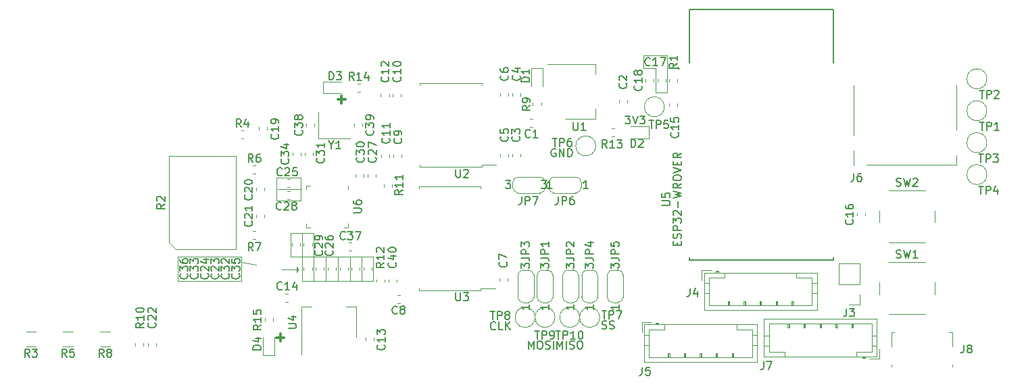
<source format=gbr>
G04 #@! TF.GenerationSoftware,KiCad,Pcbnew,5.1.2-f72e74a~84~ubuntu19.04.1*
G04 #@! TF.CreationDate,2019-06-02T16:59:08+01:00*
G04 #@! TF.ProjectId,Power Monitor MK3,506f7765-7220-44d6-9f6e-69746f72204d,rev?*
G04 #@! TF.SameCoordinates,Original*
G04 #@! TF.FileFunction,Legend,Top*
G04 #@! TF.FilePolarity,Positive*
%FSLAX46Y46*%
G04 Gerber Fmt 4.6, Leading zero omitted, Abs format (unit mm)*
G04 Created by KiCad (PCBNEW 5.1.2-f72e74a~84~ubuntu19.04.1) date 2019-06-02 16:59:08*
%MOMM*%
%LPD*%
G04 APERTURE LIST*
%ADD10C,0.150000*%
%ADD11C,0.120000*%
%ADD12C,0.300000*%
%ADD13C,0.127000*%
%ADD14C,0.200000*%
G04 APERTURE END LIST*
D10*
X148038095Y-124304761D02*
X148180952Y-124352380D01*
X148419047Y-124352380D01*
X148514285Y-124304761D01*
X148561904Y-124257142D01*
X148609523Y-124161904D01*
X148609523Y-124066666D01*
X148561904Y-123971428D01*
X148514285Y-123923809D01*
X148419047Y-123876190D01*
X148228571Y-123828571D01*
X148133333Y-123780952D01*
X148085714Y-123733333D01*
X148038095Y-123638095D01*
X148038095Y-123542857D01*
X148085714Y-123447619D01*
X148133333Y-123400000D01*
X148228571Y-123352380D01*
X148466666Y-123352380D01*
X148609523Y-123400000D01*
X148990476Y-124304761D02*
X149133333Y-124352380D01*
X149371428Y-124352380D01*
X149466666Y-124304761D01*
X149514285Y-124257142D01*
X149561904Y-124161904D01*
X149561904Y-124066666D01*
X149514285Y-123971428D01*
X149466666Y-123923809D01*
X149371428Y-123876190D01*
X149180952Y-123828571D01*
X149085714Y-123780952D01*
X149038095Y-123733333D01*
X148990476Y-123638095D01*
X148990476Y-123542857D01*
X149038095Y-123447619D01*
X149085714Y-123400000D01*
X149180952Y-123352380D01*
X149419047Y-123352380D01*
X149561904Y-123400000D01*
X142428571Y-126852380D02*
X142428571Y-125852380D01*
X142761904Y-126566666D01*
X143095238Y-125852380D01*
X143095238Y-126852380D01*
X143571428Y-126852380D02*
X143571428Y-125852380D01*
X144000000Y-126804761D02*
X144142857Y-126852380D01*
X144380952Y-126852380D01*
X144476190Y-126804761D01*
X144523809Y-126757142D01*
X144571428Y-126661904D01*
X144571428Y-126566666D01*
X144523809Y-126471428D01*
X144476190Y-126423809D01*
X144380952Y-126376190D01*
X144190476Y-126328571D01*
X144095238Y-126280952D01*
X144047619Y-126233333D01*
X144000000Y-126138095D01*
X144000000Y-126042857D01*
X144047619Y-125947619D01*
X144095238Y-125900000D01*
X144190476Y-125852380D01*
X144428571Y-125852380D01*
X144571428Y-125900000D01*
X145190476Y-125852380D02*
X145380952Y-125852380D01*
X145476190Y-125900000D01*
X145571428Y-125995238D01*
X145619047Y-126185714D01*
X145619047Y-126519047D01*
X145571428Y-126709523D01*
X145476190Y-126804761D01*
X145380952Y-126852380D01*
X145190476Y-126852380D01*
X145095238Y-126804761D01*
X145000000Y-126709523D01*
X144952380Y-126519047D01*
X144952380Y-126185714D01*
X145000000Y-125995238D01*
X145095238Y-125900000D01*
X145190476Y-125852380D01*
X138828571Y-126852380D02*
X138828571Y-125852380D01*
X139161904Y-126566666D01*
X139495238Y-125852380D01*
X139495238Y-126852380D01*
X140161904Y-125852380D02*
X140352380Y-125852380D01*
X140447619Y-125900000D01*
X140542857Y-125995238D01*
X140590476Y-126185714D01*
X140590476Y-126519047D01*
X140542857Y-126709523D01*
X140447619Y-126804761D01*
X140352380Y-126852380D01*
X140161904Y-126852380D01*
X140066666Y-126804761D01*
X139971428Y-126709523D01*
X139923809Y-126519047D01*
X139923809Y-126185714D01*
X139971428Y-125995238D01*
X140066666Y-125900000D01*
X140161904Y-125852380D01*
X140971428Y-126804761D02*
X141114285Y-126852380D01*
X141352380Y-126852380D01*
X141447619Y-126804761D01*
X141495238Y-126757142D01*
X141542857Y-126661904D01*
X141542857Y-126566666D01*
X141495238Y-126471428D01*
X141447619Y-126423809D01*
X141352380Y-126376190D01*
X141161904Y-126328571D01*
X141066666Y-126280952D01*
X141019047Y-126233333D01*
X140971428Y-126138095D01*
X140971428Y-126042857D01*
X141019047Y-125947619D01*
X141066666Y-125900000D01*
X141161904Y-125852380D01*
X141400000Y-125852380D01*
X141542857Y-125900000D01*
X141971428Y-126852380D02*
X141971428Y-125852380D01*
X134704761Y-124357142D02*
X134657142Y-124404761D01*
X134514285Y-124452380D01*
X134419047Y-124452380D01*
X134276190Y-124404761D01*
X134180952Y-124309523D01*
X134133333Y-124214285D01*
X134085714Y-124023809D01*
X134085714Y-123880952D01*
X134133333Y-123690476D01*
X134180952Y-123595238D01*
X134276190Y-123500000D01*
X134419047Y-123452380D01*
X134514285Y-123452380D01*
X134657142Y-123500000D01*
X134704761Y-123547619D01*
X135609523Y-124452380D02*
X135133333Y-124452380D01*
X135133333Y-123452380D01*
X135942857Y-124452380D02*
X135942857Y-123452380D01*
X136514285Y-124452380D02*
X136085714Y-123880952D01*
X136514285Y-123452380D02*
X135942857Y-124023809D01*
X150961904Y-97652380D02*
X151580952Y-97652380D01*
X151247619Y-98033333D01*
X151390476Y-98033333D01*
X151485714Y-98080952D01*
X151533333Y-98128571D01*
X151580952Y-98223809D01*
X151580952Y-98461904D01*
X151533333Y-98557142D01*
X151485714Y-98604761D01*
X151390476Y-98652380D01*
X151104761Y-98652380D01*
X151009523Y-98604761D01*
X150961904Y-98557142D01*
X151866666Y-97652380D02*
X152200000Y-98652380D01*
X152533333Y-97652380D01*
X152771428Y-97652380D02*
X153390476Y-97652380D01*
X153057142Y-98033333D01*
X153200000Y-98033333D01*
X153295238Y-98080952D01*
X153342857Y-98128571D01*
X153390476Y-98223809D01*
X153390476Y-98461904D01*
X153342857Y-98557142D01*
X153295238Y-98604761D01*
X153200000Y-98652380D01*
X152914285Y-98652380D01*
X152819047Y-98604761D01*
X152771428Y-98557142D01*
D11*
X153200000Y-91700000D02*
X154800000Y-91700000D01*
X153200000Y-90100000D02*
X153200000Y-91700000D01*
X156200000Y-90100000D02*
X153200000Y-90100000D01*
X156200000Y-94700000D02*
X156200000Y-90100000D01*
X154800000Y-94700000D02*
X156200000Y-94700000D01*
X154800000Y-91700000D02*
X154800000Y-94700000D01*
D10*
X142238095Y-101800000D02*
X142142857Y-101752380D01*
X142000000Y-101752380D01*
X141857142Y-101800000D01*
X141761904Y-101895238D01*
X141714285Y-101990476D01*
X141666666Y-102180952D01*
X141666666Y-102323809D01*
X141714285Y-102514285D01*
X141761904Y-102609523D01*
X141857142Y-102704761D01*
X142000000Y-102752380D01*
X142095238Y-102752380D01*
X142238095Y-102704761D01*
X142285714Y-102657142D01*
X142285714Y-102323809D01*
X142095238Y-102323809D01*
X142714285Y-102752380D02*
X142714285Y-101752380D01*
X143285714Y-102752380D01*
X143285714Y-101752380D01*
X143761904Y-102752380D02*
X143761904Y-101752380D01*
X144000000Y-101752380D01*
X144142857Y-101800000D01*
X144238095Y-101895238D01*
X144285714Y-101990476D01*
X144333333Y-102180952D01*
X144333333Y-102323809D01*
X144285714Y-102514285D01*
X144238095Y-102609523D01*
X144142857Y-102704761D01*
X144000000Y-102752380D01*
X143761904Y-102752380D01*
D12*
X114942857Y-95585714D02*
X115857142Y-95585714D01*
X115400000Y-96042857D02*
X115400000Y-95128571D01*
X107292857Y-125435714D02*
X108207142Y-125435714D01*
X107750000Y-125892857D02*
X107750000Y-124978571D01*
D11*
X110450000Y-112300000D02*
X110450000Y-115300000D01*
X117950000Y-118300000D02*
X117950000Y-115300000D01*
X116450000Y-115300000D02*
X116450000Y-118300000D01*
X114950000Y-118300000D02*
X114950000Y-115300000D01*
X113450000Y-115300000D02*
X113450000Y-118300000D01*
X111950000Y-118300000D02*
X111950000Y-115300000D01*
X107400000Y-106850000D02*
X110300000Y-106850000D01*
X110300000Y-105400000D02*
X107300000Y-105400000D01*
X110300000Y-108300000D02*
X110300000Y-105400000D01*
X107300000Y-108300000D02*
X110300000Y-108300000D01*
X107300000Y-105400000D02*
X107300000Y-108300000D01*
X111900000Y-112300000D02*
X109000000Y-112300000D01*
X111900000Y-115300000D02*
X111900000Y-112300000D01*
X109000000Y-115300000D02*
X111900000Y-115300000D01*
X109000000Y-112300000D02*
X109000000Y-115300000D01*
X110500000Y-118300000D02*
X110500000Y-115300000D01*
X119400000Y-118300000D02*
X110500000Y-118300000D01*
X119400000Y-115300000D02*
X119400000Y-118300000D01*
X110500000Y-115300000D02*
X119400000Y-115300000D01*
X109800000Y-116600000D02*
X109800000Y-117200000D01*
X110000000Y-116900000D02*
X109800000Y-116600000D01*
X110000000Y-116900000D02*
X109800000Y-117200000D01*
X107900000Y-116900000D02*
X110000000Y-116900000D01*
X102900000Y-116000000D02*
X104700000Y-116300000D01*
X94900000Y-118300000D02*
X95000000Y-118300000D01*
X94900000Y-115300000D02*
X94900000Y-118300000D01*
X102900000Y-115300000D02*
X94900000Y-115300000D01*
X102900000Y-118300000D02*
X102900000Y-115300000D01*
X95000000Y-118300000D02*
X102900000Y-118300000D01*
X120810000Y-118137221D02*
X120810000Y-118462779D01*
X119790000Y-118137221D02*
X119790000Y-118462779D01*
X139375279Y-99010000D02*
X139049721Y-99010000D01*
X139375279Y-97990000D02*
X139049721Y-97990000D01*
X150190000Y-95649721D02*
X150190000Y-95975279D01*
X151210000Y-95649721D02*
X151210000Y-95975279D01*
X137810000Y-102762779D02*
X137810000Y-102437221D01*
X136790000Y-102762779D02*
X136790000Y-102437221D01*
X137810000Y-95162779D02*
X137810000Y-94837221D01*
X136790000Y-95162779D02*
X136790000Y-94837221D01*
X135290000Y-102762779D02*
X135290000Y-102437221D01*
X136310000Y-102762779D02*
X136310000Y-102437221D01*
X135290000Y-95162779D02*
X135290000Y-94837221D01*
X136310000Y-95162779D02*
X136310000Y-94837221D01*
X135190000Y-118350279D02*
X135190000Y-118024721D01*
X136210000Y-118350279D02*
X136210000Y-118024721D01*
X122712779Y-120090000D02*
X122387221Y-120090000D01*
X122712779Y-121110000D02*
X122387221Y-121110000D01*
X122910000Y-102862779D02*
X122910000Y-102537221D01*
X121890000Y-102862779D02*
X121890000Y-102537221D01*
X122860000Y-95212779D02*
X122860000Y-94887221D01*
X121840000Y-95212779D02*
X121840000Y-94887221D01*
X120390000Y-102862779D02*
X120390000Y-102537221D01*
X121410000Y-102862779D02*
X121410000Y-102537221D01*
X120340000Y-95212779D02*
X120340000Y-94887221D01*
X121360000Y-95212779D02*
X121360000Y-94887221D01*
X118440000Y-125812779D02*
X118440000Y-125487221D01*
X119460000Y-125812779D02*
X119460000Y-125487221D01*
X108712779Y-119940000D02*
X108387221Y-119940000D01*
X108712779Y-120960000D02*
X108387221Y-120960000D01*
X157510000Y-96049721D02*
X157510000Y-96375279D01*
X156490000Y-96049721D02*
X156490000Y-96375279D01*
X181010000Y-110162779D02*
X181010000Y-109837221D01*
X179990000Y-110162779D02*
X179990000Y-109837221D01*
X156010000Y-93049721D02*
X156010000Y-93375279D01*
X154990000Y-93049721D02*
X154990000Y-93375279D01*
X153490000Y-93037221D02*
X153490000Y-93362779D01*
X154510000Y-93037221D02*
X154510000Y-93362779D01*
X105090000Y-99362779D02*
X105090000Y-99037221D01*
X106110000Y-99362779D02*
X106110000Y-99037221D01*
X105710000Y-106649721D02*
X105710000Y-106975279D01*
X104690000Y-106649721D02*
X104690000Y-106975279D01*
X104690000Y-110037221D02*
X104690000Y-110362779D01*
X105710000Y-110037221D02*
X105710000Y-110362779D01*
X91190000Y-126462779D02*
X91190000Y-126137221D01*
X92210000Y-126462779D02*
X92210000Y-126137221D01*
X115190000Y-116637221D02*
X115190000Y-116962779D01*
X116210000Y-116637221D02*
X116210000Y-116962779D01*
X114710000Y-116637221D02*
X114710000Y-116962779D01*
X113690000Y-116637221D02*
X113690000Y-116962779D01*
X108950279Y-105590000D02*
X108624721Y-105590000D01*
X108950279Y-106610000D02*
X108624721Y-106610000D01*
X111710000Y-113637221D02*
X111710000Y-113962779D01*
X110690000Y-113637221D02*
X110690000Y-113962779D01*
X119710000Y-105262779D02*
X119710000Y-104937221D01*
X118690000Y-105262779D02*
X118690000Y-104937221D01*
X108962779Y-108110000D02*
X108637221Y-108110000D01*
X108962779Y-107090000D02*
X108637221Y-107090000D01*
X110210000Y-113637221D02*
X110210000Y-113962779D01*
X109190000Y-113637221D02*
X109190000Y-113962779D01*
X118210000Y-105262779D02*
X118210000Y-104937221D01*
X117190000Y-105262779D02*
X117190000Y-104937221D01*
X110790000Y-102562779D02*
X110790000Y-102237221D01*
X111810000Y-102562779D02*
X111810000Y-102237221D01*
X116690000Y-116637221D02*
X116690000Y-116962779D01*
X117710000Y-116637221D02*
X117710000Y-116962779D01*
X113210000Y-116637221D02*
X113210000Y-116962779D01*
X112190000Y-116637221D02*
X112190000Y-116962779D01*
X110310000Y-102562779D02*
X110310000Y-102237221D01*
X109290000Y-102562779D02*
X109290000Y-102237221D01*
X118190000Y-116637221D02*
X118190000Y-116962779D01*
X119210000Y-116637221D02*
X119210000Y-116962779D01*
X110690000Y-116637221D02*
X110690000Y-116962779D01*
X111710000Y-116637221D02*
X111710000Y-116962779D01*
X116337221Y-113490000D02*
X116662779Y-113490000D01*
X116337221Y-114510000D02*
X116662779Y-114510000D01*
X112010000Y-98962779D02*
X112010000Y-98637221D01*
X110990000Y-98962779D02*
X110990000Y-98637221D01*
X116990000Y-98962779D02*
X116990000Y-98637221D01*
X118010000Y-98962779D02*
X118010000Y-98637221D01*
X121290000Y-118137221D02*
X121290000Y-118462779D01*
X122310000Y-118137221D02*
X122310000Y-118462779D01*
X180330000Y-116130000D02*
X177670000Y-116130000D01*
X180330000Y-118730000D02*
X180330000Y-116130000D01*
X177670000Y-118730000D02*
X177670000Y-116130000D01*
X180330000Y-118730000D02*
X177670000Y-118730000D01*
X180330000Y-120000000D02*
X180330000Y-121330000D01*
X180330000Y-121330000D02*
X179000000Y-121330000D01*
X160540000Y-116990000D02*
X160540000Y-118240000D01*
X161790000Y-116990000D02*
X160540000Y-116990000D01*
X171900000Y-121400000D02*
X171900000Y-120900000D01*
X172000000Y-120900000D02*
X172000000Y-121400000D01*
X171800000Y-120900000D02*
X172000000Y-120900000D01*
X171800000Y-121400000D02*
X171800000Y-120900000D01*
X169900000Y-121400000D02*
X169900000Y-120900000D01*
X170000000Y-120900000D02*
X170000000Y-121400000D01*
X169800000Y-120900000D02*
X170000000Y-120900000D01*
X169800000Y-121400000D02*
X169800000Y-120900000D01*
X167900000Y-121400000D02*
X167900000Y-120900000D01*
X168000000Y-120900000D02*
X168000000Y-121400000D01*
X167800000Y-120900000D02*
X168000000Y-120900000D01*
X167800000Y-121400000D02*
X167800000Y-120900000D01*
X165900000Y-121400000D02*
X165900000Y-120900000D01*
X166000000Y-120900000D02*
X166000000Y-121400000D01*
X165800000Y-120900000D02*
X166000000Y-120900000D01*
X165800000Y-121400000D02*
X165800000Y-120900000D01*
X163900000Y-121400000D02*
X163900000Y-120900000D01*
X164000000Y-120900000D02*
X164000000Y-121400000D01*
X163800000Y-120900000D02*
X164000000Y-120900000D01*
X163800000Y-121400000D02*
X163800000Y-120900000D01*
X174960000Y-119900000D02*
X174350000Y-119900000D01*
X174960000Y-118600000D02*
X174350000Y-118600000D01*
X160840000Y-119900000D02*
X161450000Y-119900000D01*
X160840000Y-118600000D02*
X161450000Y-118600000D01*
X172400000Y-117900000D02*
X172400000Y-117290000D01*
X174350000Y-117900000D02*
X172400000Y-117900000D01*
X174350000Y-121400000D02*
X174350000Y-117900000D01*
X161450000Y-121400000D02*
X174350000Y-121400000D01*
X161450000Y-117900000D02*
X161450000Y-121400000D01*
X163400000Y-117900000D02*
X161450000Y-117900000D01*
X163400000Y-117290000D02*
X163400000Y-117900000D01*
X162600000Y-117190000D02*
X162300000Y-117190000D01*
X162300000Y-117090000D02*
X162300000Y-117290000D01*
X162600000Y-117090000D02*
X162300000Y-117090000D01*
X162600000Y-117290000D02*
X162600000Y-117090000D01*
X174960000Y-117290000D02*
X160840000Y-117290000D01*
X174960000Y-122010000D02*
X174960000Y-117290000D01*
X160840000Y-122010000D02*
X174960000Y-122010000D01*
X160840000Y-117290000D02*
X160840000Y-122010000D01*
X153340000Y-123790000D02*
X153340000Y-128510000D01*
X153340000Y-128510000D02*
X167460000Y-128510000D01*
X167460000Y-128510000D02*
X167460000Y-123790000D01*
X167460000Y-123790000D02*
X153340000Y-123790000D01*
X155100000Y-123790000D02*
X155100000Y-123590000D01*
X155100000Y-123590000D02*
X154800000Y-123590000D01*
X154800000Y-123590000D02*
X154800000Y-123790000D01*
X155100000Y-123690000D02*
X154800000Y-123690000D01*
X155900000Y-123790000D02*
X155900000Y-124400000D01*
X155900000Y-124400000D02*
X153950000Y-124400000D01*
X153950000Y-124400000D02*
X153950000Y-127900000D01*
X153950000Y-127900000D02*
X166850000Y-127900000D01*
X166850000Y-127900000D02*
X166850000Y-124400000D01*
X166850000Y-124400000D02*
X164900000Y-124400000D01*
X164900000Y-124400000D02*
X164900000Y-123790000D01*
X153340000Y-125100000D02*
X153950000Y-125100000D01*
X153340000Y-126400000D02*
X153950000Y-126400000D01*
X167460000Y-125100000D02*
X166850000Y-125100000D01*
X167460000Y-126400000D02*
X166850000Y-126400000D01*
X156300000Y-127900000D02*
X156300000Y-127400000D01*
X156300000Y-127400000D02*
X156500000Y-127400000D01*
X156500000Y-127400000D02*
X156500000Y-127900000D01*
X156400000Y-127900000D02*
X156400000Y-127400000D01*
X158300000Y-127900000D02*
X158300000Y-127400000D01*
X158300000Y-127400000D02*
X158500000Y-127400000D01*
X158500000Y-127400000D02*
X158500000Y-127900000D01*
X158400000Y-127900000D02*
X158400000Y-127400000D01*
X160300000Y-127900000D02*
X160300000Y-127400000D01*
X160300000Y-127400000D02*
X160500000Y-127400000D01*
X160500000Y-127400000D02*
X160500000Y-127900000D01*
X160400000Y-127900000D02*
X160400000Y-127400000D01*
X162300000Y-127900000D02*
X162300000Y-127400000D01*
X162300000Y-127400000D02*
X162500000Y-127400000D01*
X162500000Y-127400000D02*
X162500000Y-127900000D01*
X162400000Y-127900000D02*
X162400000Y-127400000D01*
X164300000Y-127900000D02*
X164300000Y-127400000D01*
X164300000Y-127400000D02*
X164500000Y-127400000D01*
X164500000Y-127400000D02*
X164500000Y-127900000D01*
X164400000Y-127900000D02*
X164400000Y-127400000D01*
X154290000Y-123490000D02*
X153040000Y-123490000D01*
X153040000Y-123490000D02*
X153040000Y-124740000D01*
X179565000Y-100075000D02*
X179565000Y-93775000D01*
X192435000Y-99375000D02*
X192435000Y-93775000D01*
X179565000Y-103785000D02*
X179565000Y-101975000D01*
X192435000Y-103785000D02*
X181175000Y-103785000D01*
X192435000Y-102625000D02*
X192435000Y-103785000D01*
X179675000Y-103785000D02*
X179565000Y-103785000D01*
X140600000Y-121050000D02*
G75*
G02X139900000Y-120350000I0J700000D01*
G01*
X141900000Y-120350000D02*
G75*
G02X141200000Y-121050000I-700000J0D01*
G01*
X141200000Y-116950000D02*
G75*
G02X141900000Y-117650000I0J-700000D01*
G01*
X139900000Y-117650000D02*
G75*
G02X140600000Y-116950000I700000J0D01*
G01*
X139900000Y-120400000D02*
X139900000Y-117600000D01*
X140600000Y-116950000D02*
X141200000Y-116950000D01*
X141900000Y-117600000D02*
X141900000Y-120400000D01*
X141200000Y-121050000D02*
X140600000Y-121050000D01*
X144400000Y-121050000D02*
X143800000Y-121050000D01*
X145100000Y-117600000D02*
X145100000Y-120400000D01*
X143800000Y-116950000D02*
X144400000Y-116950000D01*
X143100000Y-120400000D02*
X143100000Y-117600000D01*
X143100000Y-117650000D02*
G75*
G02X143800000Y-116950000I700000J0D01*
G01*
X144400000Y-116950000D02*
G75*
G02X145100000Y-117650000I0J-700000D01*
G01*
X145100000Y-120350000D02*
G75*
G02X144400000Y-121050000I-700000J0D01*
G01*
X143800000Y-121050000D02*
G75*
G02X143100000Y-120350000I0J700000D01*
G01*
X138800000Y-121050000D02*
X138200000Y-121050000D01*
X139500000Y-117600000D02*
X139500000Y-120400000D01*
X138200000Y-116950000D02*
X138800000Y-116950000D01*
X137500000Y-120400000D02*
X137500000Y-117600000D01*
X137500000Y-117650000D02*
G75*
G02X138200000Y-116950000I700000J0D01*
G01*
X138800000Y-116950000D02*
G75*
G02X139500000Y-117650000I0J-700000D01*
G01*
X139500000Y-120350000D02*
G75*
G02X138800000Y-121050000I-700000J0D01*
G01*
X138200000Y-121050000D02*
G75*
G02X137500000Y-120350000I0J700000D01*
G01*
X146200000Y-121050000D02*
G75*
G02X145500000Y-120350000I0J700000D01*
G01*
X147500000Y-120350000D02*
G75*
G02X146800000Y-121050000I-700000J0D01*
G01*
X146800000Y-116950000D02*
G75*
G02X147500000Y-117650000I0J-700000D01*
G01*
X145500000Y-117650000D02*
G75*
G02X146200000Y-116950000I700000J0D01*
G01*
X145500000Y-120400000D02*
X145500000Y-117600000D01*
X146200000Y-116950000D02*
X146800000Y-116950000D01*
X147500000Y-117600000D02*
X147500000Y-120400000D01*
X146800000Y-121050000D02*
X146200000Y-121050000D01*
X150000000Y-121050000D02*
X149400000Y-121050000D01*
X150700000Y-117600000D02*
X150700000Y-120400000D01*
X149400000Y-116950000D02*
X150000000Y-116950000D01*
X148700000Y-120400000D02*
X148700000Y-117600000D01*
X148700000Y-117650000D02*
G75*
G02X149400000Y-116950000I700000J0D01*
G01*
X150000000Y-116950000D02*
G75*
G02X150700000Y-117650000I0J-700000D01*
G01*
X150700000Y-120350000D02*
G75*
G02X150000000Y-121050000I-700000J0D01*
G01*
X149400000Y-121050000D02*
G75*
G02X148700000Y-120350000I0J700000D01*
G01*
X145450000Y-106600000D02*
G75*
G02X144750000Y-107300000I-700000J0D01*
G01*
X144750000Y-105300000D02*
G75*
G02X145450000Y-106000000I0J-700000D01*
G01*
X141350000Y-106000000D02*
G75*
G02X142050000Y-105300000I700000J0D01*
G01*
X142050000Y-107300000D02*
G75*
G02X141350000Y-106600000I0J700000D01*
G01*
X144800000Y-107300000D02*
X142000000Y-107300000D01*
X141350000Y-106600000D02*
X141350000Y-106000000D01*
X142000000Y-105300000D02*
X144800000Y-105300000D01*
X145450000Y-106000000D02*
X145450000Y-106600000D01*
X140950000Y-106000000D02*
X140950000Y-106600000D01*
X137500000Y-105300000D02*
X140300000Y-105300000D01*
X136850000Y-106600000D02*
X136850000Y-106000000D01*
X140300000Y-107300000D02*
X137500000Y-107300000D01*
X137550000Y-107300000D02*
G75*
G02X136850000Y-106600000I0J700000D01*
G01*
X136850000Y-106000000D02*
G75*
G02X137550000Y-105300000I700000J0D01*
G01*
X140250000Y-105300000D02*
G75*
G02X140950000Y-106000000I0J-700000D01*
G01*
X140950000Y-106600000D02*
G75*
G02X140250000Y-107300000I-700000J0D01*
G01*
X156490000Y-93049721D02*
X156490000Y-93375279D01*
X157510000Y-93049721D02*
X157510000Y-93375279D01*
X94610000Y-114335000D02*
X93810000Y-113535000D01*
X93810000Y-113535000D02*
X93810000Y-102665000D01*
X93810000Y-102665000D02*
X102190000Y-102665000D01*
X102190000Y-102665000D02*
X102190000Y-114335000D01*
X102190000Y-114335000D02*
X94610000Y-114335000D01*
X103150279Y-99490000D02*
X102824721Y-99490000D01*
X103150279Y-100510000D02*
X102824721Y-100510000D01*
X104337221Y-103890000D02*
X104662779Y-103890000D01*
X104337221Y-104910000D02*
X104662779Y-104910000D01*
X104337221Y-113110000D02*
X104662779Y-113110000D01*
X104337221Y-112090000D02*
X104662779Y-112090000D01*
X90610000Y-126137221D02*
X90610000Y-126462779D01*
X89590000Y-126137221D02*
X89590000Y-126462779D01*
X120690000Y-106562779D02*
X120690000Y-106237221D01*
X121710000Y-106562779D02*
X121710000Y-106237221D01*
X184000000Y-122500000D02*
X188500000Y-122500000D01*
X182750000Y-118500000D02*
X182750000Y-120000000D01*
X188500000Y-116000000D02*
X184000000Y-116000000D01*
X189750000Y-120000000D02*
X189750000Y-118500000D01*
X189750000Y-111000000D02*
X189750000Y-109500000D01*
X188500000Y-107000000D02*
X184000000Y-107000000D01*
X182750000Y-109500000D02*
X182750000Y-111000000D01*
X184000000Y-113500000D02*
X188500000Y-113500000D01*
X141200000Y-91190000D02*
X147210000Y-91190000D01*
X143450000Y-98010000D02*
X147210000Y-98010000D01*
X147210000Y-91190000D02*
X147210000Y-92450000D01*
X147210000Y-98010000D02*
X147210000Y-96750000D01*
X129100000Y-93540000D02*
X125240000Y-93540000D01*
X125240000Y-93540000D02*
X125240000Y-93795000D01*
X129100000Y-93540000D02*
X132960000Y-93540000D01*
X132960000Y-93540000D02*
X132960000Y-93795000D01*
X129100000Y-104060000D02*
X125240000Y-104060000D01*
X125240000Y-104060000D02*
X125240000Y-103805000D01*
X129100000Y-104060000D02*
X132960000Y-104060000D01*
X132960000Y-104060000D02*
X132960000Y-103805000D01*
X132960000Y-103805000D02*
X134775000Y-103805000D01*
X129000000Y-106490000D02*
X125140000Y-106490000D01*
X125140000Y-106490000D02*
X125140000Y-106725000D01*
X129000000Y-106490000D02*
X132860000Y-106490000D01*
X132860000Y-106490000D02*
X132860000Y-106725000D01*
X129000000Y-119510000D02*
X125140000Y-119510000D01*
X125140000Y-119510000D02*
X125140000Y-119275000D01*
X129000000Y-119510000D02*
X132860000Y-119510000D01*
X132860000Y-119510000D02*
X132860000Y-119275000D01*
X132860000Y-119275000D02*
X134675000Y-119275000D01*
X117210000Y-121590000D02*
X115950000Y-121590000D01*
X110390000Y-121590000D02*
X111650000Y-121590000D01*
X117210000Y-125350000D02*
X117210000Y-121590000D01*
X110390000Y-127600000D02*
X110390000Y-121590000D01*
D13*
X159000000Y-90970000D02*
X159000000Y-84300000D01*
X159000000Y-84300000D02*
X177000000Y-84300000D01*
X177000000Y-84300000D02*
X177000000Y-90970000D01*
X159000000Y-115360000D02*
X159000000Y-115700000D01*
X159000000Y-115700000D02*
X177000000Y-115700000D01*
X177000000Y-115700000D02*
X177000000Y-115360000D01*
D14*
X157700000Y-91700000D02*
G75*
G03X157700000Y-91700000I-100000J0D01*
G01*
D11*
X116230000Y-111135000D02*
X116230000Y-111610000D01*
X116230000Y-111610000D02*
X115755000Y-111610000D01*
X111010000Y-106865000D02*
X111010000Y-106390000D01*
X111010000Y-106390000D02*
X111485000Y-106390000D01*
X111010000Y-111135000D02*
X111010000Y-111610000D01*
X111010000Y-111610000D02*
X111485000Y-111610000D01*
X116230000Y-106865000D02*
X116230000Y-106390000D01*
X112500000Y-97150000D02*
X112500000Y-100450000D01*
X112500000Y-100450000D02*
X116500000Y-100450000D01*
X77102064Y-126510000D02*
X75897936Y-126510000D01*
X77102064Y-124690000D02*
X75897936Y-124690000D01*
X81752064Y-124690000D02*
X80547936Y-124690000D01*
X81752064Y-126510000D02*
X80547936Y-126510000D01*
X86402064Y-126510000D02*
X85197936Y-126510000D01*
X86402064Y-124690000D02*
X85197936Y-124690000D01*
X139165000Y-91702500D02*
X139165000Y-93987500D01*
X140635000Y-91702500D02*
X139165000Y-91702500D01*
X140635000Y-93987500D02*
X140635000Y-91702500D01*
X151614999Y-100439999D02*
X153899999Y-100439999D01*
X153899999Y-100439999D02*
X153899999Y-98969999D01*
X153899999Y-98969999D02*
X151614999Y-98969999D01*
X113115000Y-94835000D02*
X115400000Y-94835000D01*
X113115000Y-93365000D02*
X113115000Y-94835000D01*
X115400000Y-93365000D02*
X113115000Y-93365000D01*
X105565000Y-125400000D02*
X105565000Y-127685000D01*
X105565000Y-127685000D02*
X107035000Y-127685000D01*
X107035000Y-127685000D02*
X107035000Y-125400000D01*
X182460000Y-127810000D02*
X182460000Y-123090000D01*
X182460000Y-123090000D02*
X168340000Y-123090000D01*
X168340000Y-123090000D02*
X168340000Y-127810000D01*
X168340000Y-127810000D02*
X182460000Y-127810000D01*
X180700000Y-127810000D02*
X180700000Y-128010000D01*
X180700000Y-128010000D02*
X181000000Y-128010000D01*
X181000000Y-128010000D02*
X181000000Y-127810000D01*
X180700000Y-127910000D02*
X181000000Y-127910000D01*
X179900000Y-127810000D02*
X179900000Y-127200000D01*
X179900000Y-127200000D02*
X181850000Y-127200000D01*
X181850000Y-127200000D02*
X181850000Y-123700000D01*
X181850000Y-123700000D02*
X168950000Y-123700000D01*
X168950000Y-123700000D02*
X168950000Y-127200000D01*
X168950000Y-127200000D02*
X170900000Y-127200000D01*
X170900000Y-127200000D02*
X170900000Y-127810000D01*
X182460000Y-126500000D02*
X181850000Y-126500000D01*
X182460000Y-125200000D02*
X181850000Y-125200000D01*
X168340000Y-126500000D02*
X168950000Y-126500000D01*
X168340000Y-125200000D02*
X168950000Y-125200000D01*
X179500000Y-123700000D02*
X179500000Y-124200000D01*
X179500000Y-124200000D02*
X179300000Y-124200000D01*
X179300000Y-124200000D02*
X179300000Y-123700000D01*
X179400000Y-123700000D02*
X179400000Y-124200000D01*
X177500000Y-123700000D02*
X177500000Y-124200000D01*
X177500000Y-124200000D02*
X177300000Y-124200000D01*
X177300000Y-124200000D02*
X177300000Y-123700000D01*
X177400000Y-123700000D02*
X177400000Y-124200000D01*
X175500000Y-123700000D02*
X175500000Y-124200000D01*
X175500000Y-124200000D02*
X175300000Y-124200000D01*
X175300000Y-124200000D02*
X175300000Y-123700000D01*
X175400000Y-123700000D02*
X175400000Y-124200000D01*
X173500000Y-123700000D02*
X173500000Y-124200000D01*
X173500000Y-124200000D02*
X173300000Y-124200000D01*
X173300000Y-124200000D02*
X173300000Y-123700000D01*
X173400000Y-123700000D02*
X173400000Y-124200000D01*
X171500000Y-123700000D02*
X171500000Y-124200000D01*
X171500000Y-124200000D02*
X171300000Y-124200000D01*
X171300000Y-124200000D02*
X171300000Y-123700000D01*
X171400000Y-123700000D02*
X171400000Y-124200000D01*
X181510000Y-128110000D02*
X182760000Y-128110000D01*
X182760000Y-128110000D02*
X182760000Y-126860000D01*
X140410000Y-96350279D02*
X140410000Y-96024721D01*
X139390000Y-96350279D02*
X139390000Y-96024721D01*
X149249721Y-99190000D02*
X149575279Y-99190000D01*
X149249721Y-100210000D02*
X149575279Y-100210000D01*
X117762779Y-93590000D02*
X117437221Y-93590000D01*
X117762779Y-94610000D02*
X117437221Y-94610000D01*
X106810000Y-123037221D02*
X106810000Y-123362779D01*
X105790000Y-123037221D02*
X105790000Y-123362779D01*
X196251000Y-97000000D02*
G75*
G03X196251000Y-97000000I-1251000J0D01*
G01*
X196251000Y-93000000D02*
G75*
G03X196251000Y-93000000I-1251000J0D01*
G01*
X196251000Y-101000000D02*
G75*
G03X196251000Y-101000000I-1251000J0D01*
G01*
X196251000Y-105000000D02*
G75*
G03X196251000Y-105000000I-1251000J0D01*
G01*
X155851000Y-96500000D02*
G75*
G03X155851000Y-96500000I-1251000J0D01*
G01*
X147251000Y-101400000D02*
G75*
G03X147251000Y-101400000I-1251000J0D01*
G01*
X147751000Y-122900000D02*
G75*
G03X147751000Y-122900000I-1251000J0D01*
G01*
X139651000Y-122900000D02*
G75*
G03X139651000Y-122900000I-1251000J0D01*
G01*
X142151000Y-122900000D02*
G75*
G03X142151000Y-122900000I-1251000J0D01*
G01*
X145251000Y-122900000D02*
G75*
G03X145251000Y-122900000I-1251000J0D01*
G01*
X191910000Y-124790000D02*
X191530000Y-124790000D01*
X191910000Y-128840000D02*
X191910000Y-129100000D01*
X191910000Y-124790000D02*
X191910000Y-126560000D01*
X184290000Y-124790000D02*
X184670000Y-124790000D01*
X184290000Y-126560000D02*
X184290000Y-124790000D01*
X184290000Y-129100000D02*
X184290000Y-128840000D01*
D10*
X120752380Y-116042857D02*
X120276190Y-116376190D01*
X120752380Y-116614285D02*
X119752380Y-116614285D01*
X119752380Y-116233333D01*
X119800000Y-116138095D01*
X119847619Y-116090476D01*
X119942857Y-116042857D01*
X120085714Y-116042857D01*
X120180952Y-116090476D01*
X120228571Y-116138095D01*
X120276190Y-116233333D01*
X120276190Y-116614285D01*
X120752380Y-115090476D02*
X120752380Y-115661904D01*
X120752380Y-115376190D02*
X119752380Y-115376190D01*
X119895238Y-115471428D01*
X119990476Y-115566666D01*
X120038095Y-115661904D01*
X119847619Y-114709523D02*
X119800000Y-114661904D01*
X119752380Y-114566666D01*
X119752380Y-114328571D01*
X119800000Y-114233333D01*
X119847619Y-114185714D01*
X119942857Y-114138095D01*
X120038095Y-114138095D01*
X120180952Y-114185714D01*
X120752380Y-114757142D01*
X120752380Y-114138095D01*
X139045833Y-100257142D02*
X138998214Y-100304761D01*
X138855357Y-100352380D01*
X138760119Y-100352380D01*
X138617261Y-100304761D01*
X138522023Y-100209523D01*
X138474404Y-100114285D01*
X138426785Y-99923809D01*
X138426785Y-99780952D01*
X138474404Y-99590476D01*
X138522023Y-99495238D01*
X138617261Y-99400000D01*
X138760119Y-99352380D01*
X138855357Y-99352380D01*
X138998214Y-99400000D01*
X139045833Y-99447619D01*
X139998214Y-100352380D02*
X139426785Y-100352380D01*
X139712500Y-100352380D02*
X139712500Y-99352380D01*
X139617261Y-99495238D01*
X139522023Y-99590476D01*
X139426785Y-99638095D01*
X151057142Y-93566666D02*
X151104761Y-93614285D01*
X151152380Y-93757142D01*
X151152380Y-93852380D01*
X151104761Y-93995238D01*
X151009523Y-94090476D01*
X150914285Y-94138095D01*
X150723809Y-94185714D01*
X150580952Y-94185714D01*
X150390476Y-94138095D01*
X150295238Y-94090476D01*
X150200000Y-93995238D01*
X150152380Y-93852380D01*
X150152380Y-93757142D01*
X150200000Y-93614285D01*
X150247619Y-93566666D01*
X150247619Y-93185714D02*
X150200000Y-93138095D01*
X150152380Y-93042857D01*
X150152380Y-92804761D01*
X150200000Y-92709523D01*
X150247619Y-92661904D01*
X150342857Y-92614285D01*
X150438095Y-92614285D01*
X150580952Y-92661904D01*
X151152380Y-93233333D01*
X151152380Y-92614285D01*
X137657142Y-100216666D02*
X137704761Y-100264285D01*
X137752380Y-100407142D01*
X137752380Y-100502380D01*
X137704761Y-100645238D01*
X137609523Y-100740476D01*
X137514285Y-100788095D01*
X137323809Y-100835714D01*
X137180952Y-100835714D01*
X136990476Y-100788095D01*
X136895238Y-100740476D01*
X136800000Y-100645238D01*
X136752380Y-100502380D01*
X136752380Y-100407142D01*
X136800000Y-100264285D01*
X136847619Y-100216666D01*
X136752380Y-99883333D02*
X136752380Y-99264285D01*
X137133333Y-99597619D01*
X137133333Y-99454761D01*
X137180952Y-99359523D01*
X137228571Y-99311904D01*
X137323809Y-99264285D01*
X137561904Y-99264285D01*
X137657142Y-99311904D01*
X137704761Y-99359523D01*
X137752380Y-99454761D01*
X137752380Y-99740476D01*
X137704761Y-99835714D01*
X137657142Y-99883333D01*
X137707142Y-92566666D02*
X137754761Y-92614285D01*
X137802380Y-92757142D01*
X137802380Y-92852380D01*
X137754761Y-92995238D01*
X137659523Y-93090476D01*
X137564285Y-93138095D01*
X137373809Y-93185714D01*
X137230952Y-93185714D01*
X137040476Y-93138095D01*
X136945238Y-93090476D01*
X136850000Y-92995238D01*
X136802380Y-92852380D01*
X136802380Y-92757142D01*
X136850000Y-92614285D01*
X136897619Y-92566666D01*
X137135714Y-91709523D02*
X137802380Y-91709523D01*
X136754761Y-91947619D02*
X137469047Y-92185714D01*
X137469047Y-91566666D01*
X136207142Y-100216666D02*
X136254761Y-100264285D01*
X136302380Y-100407142D01*
X136302380Y-100502380D01*
X136254761Y-100645238D01*
X136159523Y-100740476D01*
X136064285Y-100788095D01*
X135873809Y-100835714D01*
X135730952Y-100835714D01*
X135540476Y-100788095D01*
X135445238Y-100740476D01*
X135350000Y-100645238D01*
X135302380Y-100502380D01*
X135302380Y-100407142D01*
X135350000Y-100264285D01*
X135397619Y-100216666D01*
X135302380Y-99311904D02*
X135302380Y-99788095D01*
X135778571Y-99835714D01*
X135730952Y-99788095D01*
X135683333Y-99692857D01*
X135683333Y-99454761D01*
X135730952Y-99359523D01*
X135778571Y-99311904D01*
X135873809Y-99264285D01*
X136111904Y-99264285D01*
X136207142Y-99311904D01*
X136254761Y-99359523D01*
X136302380Y-99454761D01*
X136302380Y-99692857D01*
X136254761Y-99788095D01*
X136207142Y-99835714D01*
X136207142Y-92566666D02*
X136254761Y-92614285D01*
X136302380Y-92757142D01*
X136302380Y-92852380D01*
X136254761Y-92995238D01*
X136159523Y-93090476D01*
X136064285Y-93138095D01*
X135873809Y-93185714D01*
X135730952Y-93185714D01*
X135540476Y-93138095D01*
X135445238Y-93090476D01*
X135350000Y-92995238D01*
X135302380Y-92852380D01*
X135302380Y-92757142D01*
X135350000Y-92614285D01*
X135397619Y-92566666D01*
X135302380Y-91709523D02*
X135302380Y-91900000D01*
X135350000Y-91995238D01*
X135397619Y-92042857D01*
X135540476Y-92138095D01*
X135730952Y-92185714D01*
X136111904Y-92185714D01*
X136207142Y-92138095D01*
X136254761Y-92090476D01*
X136302380Y-91995238D01*
X136302380Y-91804761D01*
X136254761Y-91709523D01*
X136207142Y-91661904D01*
X136111904Y-91614285D01*
X135873809Y-91614285D01*
X135778571Y-91661904D01*
X135730952Y-91709523D01*
X135683333Y-91804761D01*
X135683333Y-91995238D01*
X135730952Y-92090476D01*
X135778571Y-92138095D01*
X135873809Y-92185714D01*
X136057142Y-115966666D02*
X136104761Y-116014285D01*
X136152380Y-116157142D01*
X136152380Y-116252380D01*
X136104761Y-116395238D01*
X136009523Y-116490476D01*
X135914285Y-116538095D01*
X135723809Y-116585714D01*
X135580952Y-116585714D01*
X135390476Y-116538095D01*
X135295238Y-116490476D01*
X135200000Y-116395238D01*
X135152380Y-116252380D01*
X135152380Y-116157142D01*
X135200000Y-116014285D01*
X135247619Y-115966666D01*
X135152380Y-115633333D02*
X135152380Y-114966666D01*
X136152380Y-115395238D01*
X122383333Y-122387142D02*
X122335714Y-122434761D01*
X122192857Y-122482380D01*
X122097619Y-122482380D01*
X121954761Y-122434761D01*
X121859523Y-122339523D01*
X121811904Y-122244285D01*
X121764285Y-122053809D01*
X121764285Y-121910952D01*
X121811904Y-121720476D01*
X121859523Y-121625238D01*
X121954761Y-121530000D01*
X122097619Y-121482380D01*
X122192857Y-121482380D01*
X122335714Y-121530000D01*
X122383333Y-121577619D01*
X122954761Y-121910952D02*
X122859523Y-121863333D01*
X122811904Y-121815714D01*
X122764285Y-121720476D01*
X122764285Y-121672857D01*
X122811904Y-121577619D01*
X122859523Y-121530000D01*
X122954761Y-121482380D01*
X123145238Y-121482380D01*
X123240476Y-121530000D01*
X123288095Y-121577619D01*
X123335714Y-121672857D01*
X123335714Y-121720476D01*
X123288095Y-121815714D01*
X123240476Y-121863333D01*
X123145238Y-121910952D01*
X122954761Y-121910952D01*
X122859523Y-121958571D01*
X122811904Y-122006190D01*
X122764285Y-122101428D01*
X122764285Y-122291904D01*
X122811904Y-122387142D01*
X122859523Y-122434761D01*
X122954761Y-122482380D01*
X123145238Y-122482380D01*
X123240476Y-122434761D01*
X123288095Y-122387142D01*
X123335714Y-122291904D01*
X123335714Y-122101428D01*
X123288095Y-122006190D01*
X123240476Y-121958571D01*
X123145238Y-121910952D01*
X122857142Y-100466666D02*
X122904761Y-100514285D01*
X122952380Y-100657142D01*
X122952380Y-100752380D01*
X122904761Y-100895238D01*
X122809523Y-100990476D01*
X122714285Y-101038095D01*
X122523809Y-101085714D01*
X122380952Y-101085714D01*
X122190476Y-101038095D01*
X122095238Y-100990476D01*
X122000000Y-100895238D01*
X121952380Y-100752380D01*
X121952380Y-100657142D01*
X122000000Y-100514285D01*
X122047619Y-100466666D01*
X122952380Y-99990476D02*
X122952380Y-99800000D01*
X122904761Y-99704761D01*
X122857142Y-99657142D01*
X122714285Y-99561904D01*
X122523809Y-99514285D01*
X122142857Y-99514285D01*
X122047619Y-99561904D01*
X122000000Y-99609523D01*
X121952380Y-99704761D01*
X121952380Y-99895238D01*
X122000000Y-99990476D01*
X122047619Y-100038095D01*
X122142857Y-100085714D01*
X122380952Y-100085714D01*
X122476190Y-100038095D01*
X122523809Y-99990476D01*
X122571428Y-99895238D01*
X122571428Y-99704761D01*
X122523809Y-99609523D01*
X122476190Y-99561904D01*
X122380952Y-99514285D01*
X122757142Y-92742857D02*
X122804761Y-92790476D01*
X122852380Y-92933333D01*
X122852380Y-93028571D01*
X122804761Y-93171428D01*
X122709523Y-93266666D01*
X122614285Y-93314285D01*
X122423809Y-93361904D01*
X122280952Y-93361904D01*
X122090476Y-93314285D01*
X121995238Y-93266666D01*
X121900000Y-93171428D01*
X121852380Y-93028571D01*
X121852380Y-92933333D01*
X121900000Y-92790476D01*
X121947619Y-92742857D01*
X122852380Y-91790476D02*
X122852380Y-92361904D01*
X122852380Y-92076190D02*
X121852380Y-92076190D01*
X121995238Y-92171428D01*
X122090476Y-92266666D01*
X122138095Y-92361904D01*
X121852380Y-91171428D02*
X121852380Y-91076190D01*
X121900000Y-90980952D01*
X121947619Y-90933333D01*
X122042857Y-90885714D01*
X122233333Y-90838095D01*
X122471428Y-90838095D01*
X122661904Y-90885714D01*
X122757142Y-90933333D01*
X122804761Y-90980952D01*
X122852380Y-91076190D01*
X122852380Y-91171428D01*
X122804761Y-91266666D01*
X122757142Y-91314285D01*
X122661904Y-91361904D01*
X122471428Y-91409523D01*
X122233333Y-91409523D01*
X122042857Y-91361904D01*
X121947619Y-91314285D01*
X121900000Y-91266666D01*
X121852380Y-91171428D01*
X121357142Y-100442857D02*
X121404761Y-100490476D01*
X121452380Y-100633333D01*
X121452380Y-100728571D01*
X121404761Y-100871428D01*
X121309523Y-100966666D01*
X121214285Y-101014285D01*
X121023809Y-101061904D01*
X120880952Y-101061904D01*
X120690476Y-101014285D01*
X120595238Y-100966666D01*
X120500000Y-100871428D01*
X120452380Y-100728571D01*
X120452380Y-100633333D01*
X120500000Y-100490476D01*
X120547619Y-100442857D01*
X121452380Y-99490476D02*
X121452380Y-100061904D01*
X121452380Y-99776190D02*
X120452380Y-99776190D01*
X120595238Y-99871428D01*
X120690476Y-99966666D01*
X120738095Y-100061904D01*
X121452380Y-98538095D02*
X121452380Y-99109523D01*
X121452380Y-98823809D02*
X120452380Y-98823809D01*
X120595238Y-98919047D01*
X120690476Y-99014285D01*
X120738095Y-99109523D01*
X121257142Y-92742857D02*
X121304761Y-92790476D01*
X121352380Y-92933333D01*
X121352380Y-93028571D01*
X121304761Y-93171428D01*
X121209523Y-93266666D01*
X121114285Y-93314285D01*
X120923809Y-93361904D01*
X120780952Y-93361904D01*
X120590476Y-93314285D01*
X120495238Y-93266666D01*
X120400000Y-93171428D01*
X120352380Y-93028571D01*
X120352380Y-92933333D01*
X120400000Y-92790476D01*
X120447619Y-92742857D01*
X121352380Y-91790476D02*
X121352380Y-92361904D01*
X121352380Y-92076190D02*
X120352380Y-92076190D01*
X120495238Y-92171428D01*
X120590476Y-92266666D01*
X120638095Y-92361904D01*
X120447619Y-91409523D02*
X120400000Y-91361904D01*
X120352380Y-91266666D01*
X120352380Y-91028571D01*
X120400000Y-90933333D01*
X120447619Y-90885714D01*
X120542857Y-90838095D01*
X120638095Y-90838095D01*
X120780952Y-90885714D01*
X121352380Y-91457142D01*
X121352380Y-90838095D01*
X120757142Y-126342857D02*
X120804761Y-126390476D01*
X120852380Y-126533333D01*
X120852380Y-126628571D01*
X120804761Y-126771428D01*
X120709523Y-126866666D01*
X120614285Y-126914285D01*
X120423809Y-126961904D01*
X120280952Y-126961904D01*
X120090476Y-126914285D01*
X119995238Y-126866666D01*
X119900000Y-126771428D01*
X119852380Y-126628571D01*
X119852380Y-126533333D01*
X119900000Y-126390476D01*
X119947619Y-126342857D01*
X120852380Y-125390476D02*
X120852380Y-125961904D01*
X120852380Y-125676190D02*
X119852380Y-125676190D01*
X119995238Y-125771428D01*
X120090476Y-125866666D01*
X120138095Y-125961904D01*
X119852380Y-125057142D02*
X119852380Y-124438095D01*
X120233333Y-124771428D01*
X120233333Y-124628571D01*
X120280952Y-124533333D01*
X120328571Y-124485714D01*
X120423809Y-124438095D01*
X120661904Y-124438095D01*
X120757142Y-124485714D01*
X120804761Y-124533333D01*
X120852380Y-124628571D01*
X120852380Y-124914285D01*
X120804761Y-125009523D01*
X120757142Y-125057142D01*
X107957142Y-119357142D02*
X107909523Y-119404761D01*
X107766666Y-119452380D01*
X107671428Y-119452380D01*
X107528571Y-119404761D01*
X107433333Y-119309523D01*
X107385714Y-119214285D01*
X107338095Y-119023809D01*
X107338095Y-118880952D01*
X107385714Y-118690476D01*
X107433333Y-118595238D01*
X107528571Y-118500000D01*
X107671428Y-118452380D01*
X107766666Y-118452380D01*
X107909523Y-118500000D01*
X107957142Y-118547619D01*
X108909523Y-119452380D02*
X108338095Y-119452380D01*
X108623809Y-119452380D02*
X108623809Y-118452380D01*
X108528571Y-118595238D01*
X108433333Y-118690476D01*
X108338095Y-118738095D01*
X109766666Y-118785714D02*
X109766666Y-119452380D01*
X109528571Y-118404761D02*
X109290476Y-119119047D01*
X109909523Y-119119047D01*
X157557142Y-99742857D02*
X157604761Y-99790476D01*
X157652380Y-99933333D01*
X157652380Y-100028571D01*
X157604761Y-100171428D01*
X157509523Y-100266666D01*
X157414285Y-100314285D01*
X157223809Y-100361904D01*
X157080952Y-100361904D01*
X156890476Y-100314285D01*
X156795238Y-100266666D01*
X156700000Y-100171428D01*
X156652380Y-100028571D01*
X156652380Y-99933333D01*
X156700000Y-99790476D01*
X156747619Y-99742857D01*
X157652380Y-98790476D02*
X157652380Y-99361904D01*
X157652380Y-99076190D02*
X156652380Y-99076190D01*
X156795238Y-99171428D01*
X156890476Y-99266666D01*
X156938095Y-99361904D01*
X156652380Y-97885714D02*
X156652380Y-98361904D01*
X157128571Y-98409523D01*
X157080952Y-98361904D01*
X157033333Y-98266666D01*
X157033333Y-98028571D01*
X157080952Y-97933333D01*
X157128571Y-97885714D01*
X157223809Y-97838095D01*
X157461904Y-97838095D01*
X157557142Y-97885714D01*
X157604761Y-97933333D01*
X157652380Y-98028571D01*
X157652380Y-98266666D01*
X157604761Y-98361904D01*
X157557142Y-98409523D01*
X179427142Y-110642857D02*
X179474761Y-110690476D01*
X179522380Y-110833333D01*
X179522380Y-110928571D01*
X179474761Y-111071428D01*
X179379523Y-111166666D01*
X179284285Y-111214285D01*
X179093809Y-111261904D01*
X178950952Y-111261904D01*
X178760476Y-111214285D01*
X178665238Y-111166666D01*
X178570000Y-111071428D01*
X178522380Y-110928571D01*
X178522380Y-110833333D01*
X178570000Y-110690476D01*
X178617619Y-110642857D01*
X179522380Y-109690476D02*
X179522380Y-110261904D01*
X179522380Y-109976190D02*
X178522380Y-109976190D01*
X178665238Y-110071428D01*
X178760476Y-110166666D01*
X178808095Y-110261904D01*
X178522380Y-108833333D02*
X178522380Y-109023809D01*
X178570000Y-109119047D01*
X178617619Y-109166666D01*
X178760476Y-109261904D01*
X178950952Y-109309523D01*
X179331904Y-109309523D01*
X179427142Y-109261904D01*
X179474761Y-109214285D01*
X179522380Y-109119047D01*
X179522380Y-108928571D01*
X179474761Y-108833333D01*
X179427142Y-108785714D01*
X179331904Y-108738095D01*
X179093809Y-108738095D01*
X178998571Y-108785714D01*
X178950952Y-108833333D01*
X178903333Y-108928571D01*
X178903333Y-109119047D01*
X178950952Y-109214285D01*
X178998571Y-109261904D01*
X179093809Y-109309523D01*
X154057142Y-91257142D02*
X154009523Y-91304761D01*
X153866666Y-91352380D01*
X153771428Y-91352380D01*
X153628571Y-91304761D01*
X153533333Y-91209523D01*
X153485714Y-91114285D01*
X153438095Y-90923809D01*
X153438095Y-90780952D01*
X153485714Y-90590476D01*
X153533333Y-90495238D01*
X153628571Y-90400000D01*
X153771428Y-90352380D01*
X153866666Y-90352380D01*
X154009523Y-90400000D01*
X154057142Y-90447619D01*
X155009523Y-91352380D02*
X154438095Y-91352380D01*
X154723809Y-91352380D02*
X154723809Y-90352380D01*
X154628571Y-90495238D01*
X154533333Y-90590476D01*
X154438095Y-90638095D01*
X155342857Y-90352380D02*
X156009523Y-90352380D01*
X155580952Y-91352380D01*
X152957142Y-93842857D02*
X153004761Y-93890476D01*
X153052380Y-94033333D01*
X153052380Y-94128571D01*
X153004761Y-94271428D01*
X152909523Y-94366666D01*
X152814285Y-94414285D01*
X152623809Y-94461904D01*
X152480952Y-94461904D01*
X152290476Y-94414285D01*
X152195238Y-94366666D01*
X152100000Y-94271428D01*
X152052380Y-94128571D01*
X152052380Y-94033333D01*
X152100000Y-93890476D01*
X152147619Y-93842857D01*
X153052380Y-92890476D02*
X153052380Y-93461904D01*
X153052380Y-93176190D02*
X152052380Y-93176190D01*
X152195238Y-93271428D01*
X152290476Y-93366666D01*
X152338095Y-93461904D01*
X152480952Y-92319047D02*
X152433333Y-92414285D01*
X152385714Y-92461904D01*
X152290476Y-92509523D01*
X152242857Y-92509523D01*
X152147619Y-92461904D01*
X152100000Y-92414285D01*
X152052380Y-92319047D01*
X152052380Y-92128571D01*
X152100000Y-92033333D01*
X152147619Y-91985714D01*
X152242857Y-91938095D01*
X152290476Y-91938095D01*
X152385714Y-91985714D01*
X152433333Y-92033333D01*
X152480952Y-92128571D01*
X152480952Y-92319047D01*
X152528571Y-92414285D01*
X152576190Y-92461904D01*
X152671428Y-92509523D01*
X152861904Y-92509523D01*
X152957142Y-92461904D01*
X153004761Y-92414285D01*
X153052380Y-92319047D01*
X153052380Y-92128571D01*
X153004761Y-92033333D01*
X152957142Y-91985714D01*
X152861904Y-91938095D01*
X152671428Y-91938095D01*
X152576190Y-91985714D01*
X152528571Y-92033333D01*
X152480952Y-92128571D01*
X107457142Y-99942857D02*
X107504761Y-99990476D01*
X107552380Y-100133333D01*
X107552380Y-100228571D01*
X107504761Y-100371428D01*
X107409523Y-100466666D01*
X107314285Y-100514285D01*
X107123809Y-100561904D01*
X106980952Y-100561904D01*
X106790476Y-100514285D01*
X106695238Y-100466666D01*
X106600000Y-100371428D01*
X106552380Y-100228571D01*
X106552380Y-100133333D01*
X106600000Y-99990476D01*
X106647619Y-99942857D01*
X107552380Y-98990476D02*
X107552380Y-99561904D01*
X107552380Y-99276190D02*
X106552380Y-99276190D01*
X106695238Y-99371428D01*
X106790476Y-99466666D01*
X106838095Y-99561904D01*
X107552380Y-98514285D02*
X107552380Y-98323809D01*
X107504761Y-98228571D01*
X107457142Y-98180952D01*
X107314285Y-98085714D01*
X107123809Y-98038095D01*
X106742857Y-98038095D01*
X106647619Y-98085714D01*
X106600000Y-98133333D01*
X106552380Y-98228571D01*
X106552380Y-98419047D01*
X106600000Y-98514285D01*
X106647619Y-98561904D01*
X106742857Y-98609523D01*
X106980952Y-98609523D01*
X107076190Y-98561904D01*
X107123809Y-98514285D01*
X107171428Y-98419047D01*
X107171428Y-98228571D01*
X107123809Y-98133333D01*
X107076190Y-98085714D01*
X106980952Y-98038095D01*
X104157142Y-107542857D02*
X104204761Y-107590476D01*
X104252380Y-107733333D01*
X104252380Y-107828571D01*
X104204761Y-107971428D01*
X104109523Y-108066666D01*
X104014285Y-108114285D01*
X103823809Y-108161904D01*
X103680952Y-108161904D01*
X103490476Y-108114285D01*
X103395238Y-108066666D01*
X103300000Y-107971428D01*
X103252380Y-107828571D01*
X103252380Y-107733333D01*
X103300000Y-107590476D01*
X103347619Y-107542857D01*
X103347619Y-107161904D02*
X103300000Y-107114285D01*
X103252380Y-107019047D01*
X103252380Y-106780952D01*
X103300000Y-106685714D01*
X103347619Y-106638095D01*
X103442857Y-106590476D01*
X103538095Y-106590476D01*
X103680952Y-106638095D01*
X104252380Y-107209523D01*
X104252380Y-106590476D01*
X103252380Y-105971428D02*
X103252380Y-105876190D01*
X103300000Y-105780952D01*
X103347619Y-105733333D01*
X103442857Y-105685714D01*
X103633333Y-105638095D01*
X103871428Y-105638095D01*
X104061904Y-105685714D01*
X104157142Y-105733333D01*
X104204761Y-105780952D01*
X104252380Y-105876190D01*
X104252380Y-105971428D01*
X104204761Y-106066666D01*
X104157142Y-106114285D01*
X104061904Y-106161904D01*
X103871428Y-106209523D01*
X103633333Y-106209523D01*
X103442857Y-106161904D01*
X103347619Y-106114285D01*
X103300000Y-106066666D01*
X103252380Y-105971428D01*
X104157142Y-110842857D02*
X104204761Y-110890476D01*
X104252380Y-111033333D01*
X104252380Y-111128571D01*
X104204761Y-111271428D01*
X104109523Y-111366666D01*
X104014285Y-111414285D01*
X103823809Y-111461904D01*
X103680952Y-111461904D01*
X103490476Y-111414285D01*
X103395238Y-111366666D01*
X103300000Y-111271428D01*
X103252380Y-111128571D01*
X103252380Y-111033333D01*
X103300000Y-110890476D01*
X103347619Y-110842857D01*
X103347619Y-110461904D02*
X103300000Y-110414285D01*
X103252380Y-110319047D01*
X103252380Y-110080952D01*
X103300000Y-109985714D01*
X103347619Y-109938095D01*
X103442857Y-109890476D01*
X103538095Y-109890476D01*
X103680952Y-109938095D01*
X104252380Y-110509523D01*
X104252380Y-109890476D01*
X104252380Y-108938095D02*
X104252380Y-109509523D01*
X104252380Y-109223809D02*
X103252380Y-109223809D01*
X103395238Y-109319047D01*
X103490476Y-109414285D01*
X103538095Y-109509523D01*
X92057142Y-123592857D02*
X92104761Y-123640476D01*
X92152380Y-123783333D01*
X92152380Y-123878571D01*
X92104761Y-124021428D01*
X92009523Y-124116666D01*
X91914285Y-124164285D01*
X91723809Y-124211904D01*
X91580952Y-124211904D01*
X91390476Y-124164285D01*
X91295238Y-124116666D01*
X91200000Y-124021428D01*
X91152380Y-123878571D01*
X91152380Y-123783333D01*
X91200000Y-123640476D01*
X91247619Y-123592857D01*
X91247619Y-123211904D02*
X91200000Y-123164285D01*
X91152380Y-123069047D01*
X91152380Y-122830952D01*
X91200000Y-122735714D01*
X91247619Y-122688095D01*
X91342857Y-122640476D01*
X91438095Y-122640476D01*
X91580952Y-122688095D01*
X92152380Y-123259523D01*
X92152380Y-122640476D01*
X91247619Y-122259523D02*
X91200000Y-122211904D01*
X91152380Y-122116666D01*
X91152380Y-121878571D01*
X91200000Y-121783333D01*
X91247619Y-121735714D01*
X91342857Y-121688095D01*
X91438095Y-121688095D01*
X91580952Y-121735714D01*
X92152380Y-122307142D01*
X92152380Y-121688095D01*
X99957142Y-117442857D02*
X100004761Y-117490476D01*
X100052380Y-117633333D01*
X100052380Y-117728571D01*
X100004761Y-117871428D01*
X99909523Y-117966666D01*
X99814285Y-118014285D01*
X99623809Y-118061904D01*
X99480952Y-118061904D01*
X99290476Y-118014285D01*
X99195238Y-117966666D01*
X99100000Y-117871428D01*
X99052380Y-117728571D01*
X99052380Y-117633333D01*
X99100000Y-117490476D01*
X99147619Y-117442857D01*
X99147619Y-117061904D02*
X99100000Y-117014285D01*
X99052380Y-116919047D01*
X99052380Y-116680952D01*
X99100000Y-116585714D01*
X99147619Y-116538095D01*
X99242857Y-116490476D01*
X99338095Y-116490476D01*
X99480952Y-116538095D01*
X100052380Y-117109523D01*
X100052380Y-116490476D01*
X99052380Y-116157142D02*
X99052380Y-115538095D01*
X99433333Y-115871428D01*
X99433333Y-115728571D01*
X99480952Y-115633333D01*
X99528571Y-115585714D01*
X99623809Y-115538095D01*
X99861904Y-115538095D01*
X99957142Y-115585714D01*
X100004761Y-115633333D01*
X100052380Y-115728571D01*
X100052380Y-116014285D01*
X100004761Y-116109523D01*
X99957142Y-116157142D01*
X98657142Y-117442857D02*
X98704761Y-117490476D01*
X98752380Y-117633333D01*
X98752380Y-117728571D01*
X98704761Y-117871428D01*
X98609523Y-117966666D01*
X98514285Y-118014285D01*
X98323809Y-118061904D01*
X98180952Y-118061904D01*
X97990476Y-118014285D01*
X97895238Y-117966666D01*
X97800000Y-117871428D01*
X97752380Y-117728571D01*
X97752380Y-117633333D01*
X97800000Y-117490476D01*
X97847619Y-117442857D01*
X97847619Y-117061904D02*
X97800000Y-117014285D01*
X97752380Y-116919047D01*
X97752380Y-116680952D01*
X97800000Y-116585714D01*
X97847619Y-116538095D01*
X97942857Y-116490476D01*
X98038095Y-116490476D01*
X98180952Y-116538095D01*
X98752380Y-117109523D01*
X98752380Y-116490476D01*
X98085714Y-115633333D02*
X98752380Y-115633333D01*
X97704761Y-115871428D02*
X98419047Y-116109523D01*
X98419047Y-115490476D01*
X107957142Y-105057142D02*
X107909523Y-105104761D01*
X107766666Y-105152380D01*
X107671428Y-105152380D01*
X107528571Y-105104761D01*
X107433333Y-105009523D01*
X107385714Y-104914285D01*
X107338095Y-104723809D01*
X107338095Y-104580952D01*
X107385714Y-104390476D01*
X107433333Y-104295238D01*
X107528571Y-104200000D01*
X107671428Y-104152380D01*
X107766666Y-104152380D01*
X107909523Y-104200000D01*
X107957142Y-104247619D01*
X108338095Y-104247619D02*
X108385714Y-104200000D01*
X108480952Y-104152380D01*
X108719047Y-104152380D01*
X108814285Y-104200000D01*
X108861904Y-104247619D01*
X108909523Y-104342857D01*
X108909523Y-104438095D01*
X108861904Y-104580952D01*
X108290476Y-105152380D01*
X108909523Y-105152380D01*
X109814285Y-104152380D02*
X109338095Y-104152380D01*
X109290476Y-104628571D01*
X109338095Y-104580952D01*
X109433333Y-104533333D01*
X109671428Y-104533333D01*
X109766666Y-104580952D01*
X109814285Y-104628571D01*
X109861904Y-104723809D01*
X109861904Y-104961904D01*
X109814285Y-105057142D01*
X109766666Y-105104761D01*
X109671428Y-105152380D01*
X109433333Y-105152380D01*
X109338095Y-105104761D01*
X109290476Y-105057142D01*
X114257142Y-114542857D02*
X114304761Y-114590476D01*
X114352380Y-114733333D01*
X114352380Y-114828571D01*
X114304761Y-114971428D01*
X114209523Y-115066666D01*
X114114285Y-115114285D01*
X113923809Y-115161904D01*
X113780952Y-115161904D01*
X113590476Y-115114285D01*
X113495238Y-115066666D01*
X113400000Y-114971428D01*
X113352380Y-114828571D01*
X113352380Y-114733333D01*
X113400000Y-114590476D01*
X113447619Y-114542857D01*
X113447619Y-114161904D02*
X113400000Y-114114285D01*
X113352380Y-114019047D01*
X113352380Y-113780952D01*
X113400000Y-113685714D01*
X113447619Y-113638095D01*
X113542857Y-113590476D01*
X113638095Y-113590476D01*
X113780952Y-113638095D01*
X114352380Y-114209523D01*
X114352380Y-113590476D01*
X113352380Y-112733333D02*
X113352380Y-112923809D01*
X113400000Y-113019047D01*
X113447619Y-113066666D01*
X113590476Y-113161904D01*
X113780952Y-113209523D01*
X114161904Y-113209523D01*
X114257142Y-113161904D01*
X114304761Y-113114285D01*
X114352380Y-113019047D01*
X114352380Y-112828571D01*
X114304761Y-112733333D01*
X114257142Y-112685714D01*
X114161904Y-112638095D01*
X113923809Y-112638095D01*
X113828571Y-112685714D01*
X113780952Y-112733333D01*
X113733333Y-112828571D01*
X113733333Y-113019047D01*
X113780952Y-113114285D01*
X113828571Y-113161904D01*
X113923809Y-113209523D01*
X119657142Y-102842857D02*
X119704761Y-102890476D01*
X119752380Y-103033333D01*
X119752380Y-103128571D01*
X119704761Y-103271428D01*
X119609523Y-103366666D01*
X119514285Y-103414285D01*
X119323809Y-103461904D01*
X119180952Y-103461904D01*
X118990476Y-103414285D01*
X118895238Y-103366666D01*
X118800000Y-103271428D01*
X118752380Y-103128571D01*
X118752380Y-103033333D01*
X118800000Y-102890476D01*
X118847619Y-102842857D01*
X118847619Y-102461904D02*
X118800000Y-102414285D01*
X118752380Y-102319047D01*
X118752380Y-102080952D01*
X118800000Y-101985714D01*
X118847619Y-101938095D01*
X118942857Y-101890476D01*
X119038095Y-101890476D01*
X119180952Y-101938095D01*
X119752380Y-102509523D01*
X119752380Y-101890476D01*
X118752380Y-101557142D02*
X118752380Y-100890476D01*
X119752380Y-101319047D01*
X107857142Y-109357142D02*
X107809523Y-109404761D01*
X107666666Y-109452380D01*
X107571428Y-109452380D01*
X107428571Y-109404761D01*
X107333333Y-109309523D01*
X107285714Y-109214285D01*
X107238095Y-109023809D01*
X107238095Y-108880952D01*
X107285714Y-108690476D01*
X107333333Y-108595238D01*
X107428571Y-108500000D01*
X107571428Y-108452380D01*
X107666666Y-108452380D01*
X107809523Y-108500000D01*
X107857142Y-108547619D01*
X108238095Y-108547619D02*
X108285714Y-108500000D01*
X108380952Y-108452380D01*
X108619047Y-108452380D01*
X108714285Y-108500000D01*
X108761904Y-108547619D01*
X108809523Y-108642857D01*
X108809523Y-108738095D01*
X108761904Y-108880952D01*
X108190476Y-109452380D01*
X108809523Y-109452380D01*
X109380952Y-108880952D02*
X109285714Y-108833333D01*
X109238095Y-108785714D01*
X109190476Y-108690476D01*
X109190476Y-108642857D01*
X109238095Y-108547619D01*
X109285714Y-108500000D01*
X109380952Y-108452380D01*
X109571428Y-108452380D01*
X109666666Y-108500000D01*
X109714285Y-108547619D01*
X109761904Y-108642857D01*
X109761904Y-108690476D01*
X109714285Y-108785714D01*
X109666666Y-108833333D01*
X109571428Y-108880952D01*
X109380952Y-108880952D01*
X109285714Y-108928571D01*
X109238095Y-108976190D01*
X109190476Y-109071428D01*
X109190476Y-109261904D01*
X109238095Y-109357142D01*
X109285714Y-109404761D01*
X109380952Y-109452380D01*
X109571428Y-109452380D01*
X109666666Y-109404761D01*
X109714285Y-109357142D01*
X109761904Y-109261904D01*
X109761904Y-109071428D01*
X109714285Y-108976190D01*
X109666666Y-108928571D01*
X109571428Y-108880952D01*
X112957142Y-114542857D02*
X113004761Y-114590476D01*
X113052380Y-114733333D01*
X113052380Y-114828571D01*
X113004761Y-114971428D01*
X112909523Y-115066666D01*
X112814285Y-115114285D01*
X112623809Y-115161904D01*
X112480952Y-115161904D01*
X112290476Y-115114285D01*
X112195238Y-115066666D01*
X112100000Y-114971428D01*
X112052380Y-114828571D01*
X112052380Y-114733333D01*
X112100000Y-114590476D01*
X112147619Y-114542857D01*
X112147619Y-114161904D02*
X112100000Y-114114285D01*
X112052380Y-114019047D01*
X112052380Y-113780952D01*
X112100000Y-113685714D01*
X112147619Y-113638095D01*
X112242857Y-113590476D01*
X112338095Y-113590476D01*
X112480952Y-113638095D01*
X113052380Y-114209523D01*
X113052380Y-113590476D01*
X113052380Y-113114285D02*
X113052380Y-112923809D01*
X113004761Y-112828571D01*
X112957142Y-112780952D01*
X112814285Y-112685714D01*
X112623809Y-112638095D01*
X112242857Y-112638095D01*
X112147619Y-112685714D01*
X112100000Y-112733333D01*
X112052380Y-112828571D01*
X112052380Y-113019047D01*
X112100000Y-113114285D01*
X112147619Y-113161904D01*
X112242857Y-113209523D01*
X112480952Y-113209523D01*
X112576190Y-113161904D01*
X112623809Y-113114285D01*
X112671428Y-113019047D01*
X112671428Y-112828571D01*
X112623809Y-112733333D01*
X112576190Y-112685714D01*
X112480952Y-112638095D01*
X118157142Y-102842857D02*
X118204761Y-102890476D01*
X118252380Y-103033333D01*
X118252380Y-103128571D01*
X118204761Y-103271428D01*
X118109523Y-103366666D01*
X118014285Y-103414285D01*
X117823809Y-103461904D01*
X117680952Y-103461904D01*
X117490476Y-103414285D01*
X117395238Y-103366666D01*
X117300000Y-103271428D01*
X117252380Y-103128571D01*
X117252380Y-103033333D01*
X117300000Y-102890476D01*
X117347619Y-102842857D01*
X117252380Y-102509523D02*
X117252380Y-101890476D01*
X117633333Y-102223809D01*
X117633333Y-102080952D01*
X117680952Y-101985714D01*
X117728571Y-101938095D01*
X117823809Y-101890476D01*
X118061904Y-101890476D01*
X118157142Y-101938095D01*
X118204761Y-101985714D01*
X118252380Y-102080952D01*
X118252380Y-102366666D01*
X118204761Y-102461904D01*
X118157142Y-102509523D01*
X117252380Y-101271428D02*
X117252380Y-101176190D01*
X117300000Y-101080952D01*
X117347619Y-101033333D01*
X117442857Y-100985714D01*
X117633333Y-100938095D01*
X117871428Y-100938095D01*
X118061904Y-100985714D01*
X118157142Y-101033333D01*
X118204761Y-101080952D01*
X118252380Y-101176190D01*
X118252380Y-101271428D01*
X118204761Y-101366666D01*
X118157142Y-101414285D01*
X118061904Y-101461904D01*
X117871428Y-101509523D01*
X117633333Y-101509523D01*
X117442857Y-101461904D01*
X117347619Y-101414285D01*
X117300000Y-101366666D01*
X117252380Y-101271428D01*
X113157142Y-102942857D02*
X113204761Y-102990476D01*
X113252380Y-103133333D01*
X113252380Y-103228571D01*
X113204761Y-103371428D01*
X113109523Y-103466666D01*
X113014285Y-103514285D01*
X112823809Y-103561904D01*
X112680952Y-103561904D01*
X112490476Y-103514285D01*
X112395238Y-103466666D01*
X112300000Y-103371428D01*
X112252380Y-103228571D01*
X112252380Y-103133333D01*
X112300000Y-102990476D01*
X112347619Y-102942857D01*
X112252380Y-102609523D02*
X112252380Y-101990476D01*
X112633333Y-102323809D01*
X112633333Y-102180952D01*
X112680952Y-102085714D01*
X112728571Y-102038095D01*
X112823809Y-101990476D01*
X113061904Y-101990476D01*
X113157142Y-102038095D01*
X113204761Y-102085714D01*
X113252380Y-102180952D01*
X113252380Y-102466666D01*
X113204761Y-102561904D01*
X113157142Y-102609523D01*
X113252380Y-101038095D02*
X113252380Y-101609523D01*
X113252380Y-101323809D02*
X112252380Y-101323809D01*
X112395238Y-101419047D01*
X112490476Y-101514285D01*
X112538095Y-101609523D01*
X101257142Y-117442857D02*
X101304761Y-117490476D01*
X101352380Y-117633333D01*
X101352380Y-117728571D01*
X101304761Y-117871428D01*
X101209523Y-117966666D01*
X101114285Y-118014285D01*
X100923809Y-118061904D01*
X100780952Y-118061904D01*
X100590476Y-118014285D01*
X100495238Y-117966666D01*
X100400000Y-117871428D01*
X100352380Y-117728571D01*
X100352380Y-117633333D01*
X100400000Y-117490476D01*
X100447619Y-117442857D01*
X100352380Y-117109523D02*
X100352380Y-116490476D01*
X100733333Y-116823809D01*
X100733333Y-116680952D01*
X100780952Y-116585714D01*
X100828571Y-116538095D01*
X100923809Y-116490476D01*
X101161904Y-116490476D01*
X101257142Y-116538095D01*
X101304761Y-116585714D01*
X101352380Y-116680952D01*
X101352380Y-116966666D01*
X101304761Y-117061904D01*
X101257142Y-117109523D01*
X100447619Y-116109523D02*
X100400000Y-116061904D01*
X100352380Y-115966666D01*
X100352380Y-115728571D01*
X100400000Y-115633333D01*
X100447619Y-115585714D01*
X100542857Y-115538095D01*
X100638095Y-115538095D01*
X100780952Y-115585714D01*
X101352380Y-116157142D01*
X101352380Y-115538095D01*
X97357142Y-117442857D02*
X97404761Y-117490476D01*
X97452380Y-117633333D01*
X97452380Y-117728571D01*
X97404761Y-117871428D01*
X97309523Y-117966666D01*
X97214285Y-118014285D01*
X97023809Y-118061904D01*
X96880952Y-118061904D01*
X96690476Y-118014285D01*
X96595238Y-117966666D01*
X96500000Y-117871428D01*
X96452380Y-117728571D01*
X96452380Y-117633333D01*
X96500000Y-117490476D01*
X96547619Y-117442857D01*
X96452380Y-117109523D02*
X96452380Y-116490476D01*
X96833333Y-116823809D01*
X96833333Y-116680952D01*
X96880952Y-116585714D01*
X96928571Y-116538095D01*
X97023809Y-116490476D01*
X97261904Y-116490476D01*
X97357142Y-116538095D01*
X97404761Y-116585714D01*
X97452380Y-116680952D01*
X97452380Y-116966666D01*
X97404761Y-117061904D01*
X97357142Y-117109523D01*
X96452380Y-116157142D02*
X96452380Y-115538095D01*
X96833333Y-115871428D01*
X96833333Y-115728571D01*
X96880952Y-115633333D01*
X96928571Y-115585714D01*
X97023809Y-115538095D01*
X97261904Y-115538095D01*
X97357142Y-115585714D01*
X97404761Y-115633333D01*
X97452380Y-115728571D01*
X97452380Y-116014285D01*
X97404761Y-116109523D01*
X97357142Y-116157142D01*
X108727142Y-103042857D02*
X108774761Y-103090476D01*
X108822380Y-103233333D01*
X108822380Y-103328571D01*
X108774761Y-103471428D01*
X108679523Y-103566666D01*
X108584285Y-103614285D01*
X108393809Y-103661904D01*
X108250952Y-103661904D01*
X108060476Y-103614285D01*
X107965238Y-103566666D01*
X107870000Y-103471428D01*
X107822380Y-103328571D01*
X107822380Y-103233333D01*
X107870000Y-103090476D01*
X107917619Y-103042857D01*
X107822380Y-102709523D02*
X107822380Y-102090476D01*
X108203333Y-102423809D01*
X108203333Y-102280952D01*
X108250952Y-102185714D01*
X108298571Y-102138095D01*
X108393809Y-102090476D01*
X108631904Y-102090476D01*
X108727142Y-102138095D01*
X108774761Y-102185714D01*
X108822380Y-102280952D01*
X108822380Y-102566666D01*
X108774761Y-102661904D01*
X108727142Y-102709523D01*
X108155714Y-101233333D02*
X108822380Y-101233333D01*
X107774761Y-101471428D02*
X108489047Y-101709523D01*
X108489047Y-101090476D01*
X102557142Y-117442857D02*
X102604761Y-117490476D01*
X102652380Y-117633333D01*
X102652380Y-117728571D01*
X102604761Y-117871428D01*
X102509523Y-117966666D01*
X102414285Y-118014285D01*
X102223809Y-118061904D01*
X102080952Y-118061904D01*
X101890476Y-118014285D01*
X101795238Y-117966666D01*
X101700000Y-117871428D01*
X101652380Y-117728571D01*
X101652380Y-117633333D01*
X101700000Y-117490476D01*
X101747619Y-117442857D01*
X101652380Y-117109523D02*
X101652380Y-116490476D01*
X102033333Y-116823809D01*
X102033333Y-116680952D01*
X102080952Y-116585714D01*
X102128571Y-116538095D01*
X102223809Y-116490476D01*
X102461904Y-116490476D01*
X102557142Y-116538095D01*
X102604761Y-116585714D01*
X102652380Y-116680952D01*
X102652380Y-116966666D01*
X102604761Y-117061904D01*
X102557142Y-117109523D01*
X101652380Y-115585714D02*
X101652380Y-116061904D01*
X102128571Y-116109523D01*
X102080952Y-116061904D01*
X102033333Y-115966666D01*
X102033333Y-115728571D01*
X102080952Y-115633333D01*
X102128571Y-115585714D01*
X102223809Y-115538095D01*
X102461904Y-115538095D01*
X102557142Y-115585714D01*
X102604761Y-115633333D01*
X102652380Y-115728571D01*
X102652380Y-115966666D01*
X102604761Y-116061904D01*
X102557142Y-116109523D01*
X96057142Y-117442857D02*
X96104761Y-117490476D01*
X96152380Y-117633333D01*
X96152380Y-117728571D01*
X96104761Y-117871428D01*
X96009523Y-117966666D01*
X95914285Y-118014285D01*
X95723809Y-118061904D01*
X95580952Y-118061904D01*
X95390476Y-118014285D01*
X95295238Y-117966666D01*
X95200000Y-117871428D01*
X95152380Y-117728571D01*
X95152380Y-117633333D01*
X95200000Y-117490476D01*
X95247619Y-117442857D01*
X95152380Y-117109523D02*
X95152380Y-116490476D01*
X95533333Y-116823809D01*
X95533333Y-116680952D01*
X95580952Y-116585714D01*
X95628571Y-116538095D01*
X95723809Y-116490476D01*
X95961904Y-116490476D01*
X96057142Y-116538095D01*
X96104761Y-116585714D01*
X96152380Y-116680952D01*
X96152380Y-116966666D01*
X96104761Y-117061904D01*
X96057142Y-117109523D01*
X95152380Y-115633333D02*
X95152380Y-115823809D01*
X95200000Y-115919047D01*
X95247619Y-115966666D01*
X95390476Y-116061904D01*
X95580952Y-116109523D01*
X95961904Y-116109523D01*
X96057142Y-116061904D01*
X96104761Y-116014285D01*
X96152380Y-115919047D01*
X96152380Y-115728571D01*
X96104761Y-115633333D01*
X96057142Y-115585714D01*
X95961904Y-115538095D01*
X95723809Y-115538095D01*
X95628571Y-115585714D01*
X95580952Y-115633333D01*
X95533333Y-115728571D01*
X95533333Y-115919047D01*
X95580952Y-116014285D01*
X95628571Y-116061904D01*
X95723809Y-116109523D01*
X115857142Y-113057142D02*
X115809523Y-113104761D01*
X115666666Y-113152380D01*
X115571428Y-113152380D01*
X115428571Y-113104761D01*
X115333333Y-113009523D01*
X115285714Y-112914285D01*
X115238095Y-112723809D01*
X115238095Y-112580952D01*
X115285714Y-112390476D01*
X115333333Y-112295238D01*
X115428571Y-112200000D01*
X115571428Y-112152380D01*
X115666666Y-112152380D01*
X115809523Y-112200000D01*
X115857142Y-112247619D01*
X116190476Y-112152380D02*
X116809523Y-112152380D01*
X116476190Y-112533333D01*
X116619047Y-112533333D01*
X116714285Y-112580952D01*
X116761904Y-112628571D01*
X116809523Y-112723809D01*
X116809523Y-112961904D01*
X116761904Y-113057142D01*
X116714285Y-113104761D01*
X116619047Y-113152380D01*
X116333333Y-113152380D01*
X116238095Y-113104761D01*
X116190476Y-113057142D01*
X117142857Y-112152380D02*
X117809523Y-112152380D01*
X117380952Y-113152380D01*
X110427142Y-99442857D02*
X110474761Y-99490476D01*
X110522380Y-99633333D01*
X110522380Y-99728571D01*
X110474761Y-99871428D01*
X110379523Y-99966666D01*
X110284285Y-100014285D01*
X110093809Y-100061904D01*
X109950952Y-100061904D01*
X109760476Y-100014285D01*
X109665238Y-99966666D01*
X109570000Y-99871428D01*
X109522380Y-99728571D01*
X109522380Y-99633333D01*
X109570000Y-99490476D01*
X109617619Y-99442857D01*
X109522380Y-99109523D02*
X109522380Y-98490476D01*
X109903333Y-98823809D01*
X109903333Y-98680952D01*
X109950952Y-98585714D01*
X109998571Y-98538095D01*
X110093809Y-98490476D01*
X110331904Y-98490476D01*
X110427142Y-98538095D01*
X110474761Y-98585714D01*
X110522380Y-98680952D01*
X110522380Y-98966666D01*
X110474761Y-99061904D01*
X110427142Y-99109523D01*
X109950952Y-97919047D02*
X109903333Y-98014285D01*
X109855714Y-98061904D01*
X109760476Y-98109523D01*
X109712857Y-98109523D01*
X109617619Y-98061904D01*
X109570000Y-98014285D01*
X109522380Y-97919047D01*
X109522380Y-97728571D01*
X109570000Y-97633333D01*
X109617619Y-97585714D01*
X109712857Y-97538095D01*
X109760476Y-97538095D01*
X109855714Y-97585714D01*
X109903333Y-97633333D01*
X109950952Y-97728571D01*
X109950952Y-97919047D01*
X109998571Y-98014285D01*
X110046190Y-98061904D01*
X110141428Y-98109523D01*
X110331904Y-98109523D01*
X110427142Y-98061904D01*
X110474761Y-98014285D01*
X110522380Y-97919047D01*
X110522380Y-97728571D01*
X110474761Y-97633333D01*
X110427142Y-97585714D01*
X110331904Y-97538095D01*
X110141428Y-97538095D01*
X110046190Y-97585714D01*
X109998571Y-97633333D01*
X109950952Y-97728571D01*
X119357142Y-99442857D02*
X119404761Y-99490476D01*
X119452380Y-99633333D01*
X119452380Y-99728571D01*
X119404761Y-99871428D01*
X119309523Y-99966666D01*
X119214285Y-100014285D01*
X119023809Y-100061904D01*
X118880952Y-100061904D01*
X118690476Y-100014285D01*
X118595238Y-99966666D01*
X118500000Y-99871428D01*
X118452380Y-99728571D01*
X118452380Y-99633333D01*
X118500000Y-99490476D01*
X118547619Y-99442857D01*
X118452380Y-99109523D02*
X118452380Y-98490476D01*
X118833333Y-98823809D01*
X118833333Y-98680952D01*
X118880952Y-98585714D01*
X118928571Y-98538095D01*
X119023809Y-98490476D01*
X119261904Y-98490476D01*
X119357142Y-98538095D01*
X119404761Y-98585714D01*
X119452380Y-98680952D01*
X119452380Y-98966666D01*
X119404761Y-99061904D01*
X119357142Y-99109523D01*
X119452380Y-98014285D02*
X119452380Y-97823809D01*
X119404761Y-97728571D01*
X119357142Y-97680952D01*
X119214285Y-97585714D01*
X119023809Y-97538095D01*
X118642857Y-97538095D01*
X118547619Y-97585714D01*
X118500000Y-97633333D01*
X118452380Y-97728571D01*
X118452380Y-97919047D01*
X118500000Y-98014285D01*
X118547619Y-98061904D01*
X118642857Y-98109523D01*
X118880952Y-98109523D01*
X118976190Y-98061904D01*
X119023809Y-98014285D01*
X119071428Y-97919047D01*
X119071428Y-97728571D01*
X119023809Y-97633333D01*
X118976190Y-97585714D01*
X118880952Y-97538095D01*
X122157142Y-116042857D02*
X122204761Y-116090476D01*
X122252380Y-116233333D01*
X122252380Y-116328571D01*
X122204761Y-116471428D01*
X122109523Y-116566666D01*
X122014285Y-116614285D01*
X121823809Y-116661904D01*
X121680952Y-116661904D01*
X121490476Y-116614285D01*
X121395238Y-116566666D01*
X121300000Y-116471428D01*
X121252380Y-116328571D01*
X121252380Y-116233333D01*
X121300000Y-116090476D01*
X121347619Y-116042857D01*
X121585714Y-115185714D02*
X122252380Y-115185714D01*
X121204761Y-115423809D02*
X121919047Y-115661904D01*
X121919047Y-115042857D01*
X121252380Y-114471428D02*
X121252380Y-114376190D01*
X121300000Y-114280952D01*
X121347619Y-114233333D01*
X121442857Y-114185714D01*
X121633333Y-114138095D01*
X121871428Y-114138095D01*
X122061904Y-114185714D01*
X122157142Y-114233333D01*
X122204761Y-114280952D01*
X122252380Y-114376190D01*
X122252380Y-114471428D01*
X122204761Y-114566666D01*
X122157142Y-114614285D01*
X122061904Y-114661904D01*
X121871428Y-114709523D01*
X121633333Y-114709523D01*
X121442857Y-114661904D01*
X121347619Y-114614285D01*
X121300000Y-114566666D01*
X121252380Y-114471428D01*
X178666666Y-121782380D02*
X178666666Y-122496666D01*
X178619047Y-122639523D01*
X178523809Y-122734761D01*
X178380952Y-122782380D01*
X178285714Y-122782380D01*
X179047619Y-121782380D02*
X179666666Y-121782380D01*
X179333333Y-122163333D01*
X179476190Y-122163333D01*
X179571428Y-122210952D01*
X179619047Y-122258571D01*
X179666666Y-122353809D01*
X179666666Y-122591904D01*
X179619047Y-122687142D01*
X179571428Y-122734761D01*
X179476190Y-122782380D01*
X179190476Y-122782380D01*
X179095238Y-122734761D01*
X179047619Y-122687142D01*
X159066666Y-119252380D02*
X159066666Y-119966666D01*
X159019047Y-120109523D01*
X158923809Y-120204761D01*
X158780952Y-120252380D01*
X158685714Y-120252380D01*
X159971428Y-119585714D02*
X159971428Y-120252380D01*
X159733333Y-119204761D02*
X159495238Y-119919047D01*
X160114285Y-119919047D01*
X153066666Y-129152380D02*
X153066666Y-129866666D01*
X153019047Y-130009523D01*
X152923809Y-130104761D01*
X152780952Y-130152380D01*
X152685714Y-130152380D01*
X154019047Y-129152380D02*
X153542857Y-129152380D01*
X153495238Y-129628571D01*
X153542857Y-129580952D01*
X153638095Y-129533333D01*
X153876190Y-129533333D01*
X153971428Y-129580952D01*
X154019047Y-129628571D01*
X154066666Y-129723809D01*
X154066666Y-129961904D01*
X154019047Y-130057142D01*
X153971428Y-130104761D01*
X153876190Y-130152380D01*
X153638095Y-130152380D01*
X153542857Y-130104761D01*
X153495238Y-130057142D01*
X179566666Y-104852380D02*
X179566666Y-105566666D01*
X179519047Y-105709523D01*
X179423809Y-105804761D01*
X179280952Y-105852380D01*
X179185714Y-105852380D01*
X180471428Y-104852380D02*
X180280952Y-104852380D01*
X180185714Y-104900000D01*
X180138095Y-104947619D01*
X180042857Y-105090476D01*
X179995238Y-105280952D01*
X179995238Y-105661904D01*
X180042857Y-105757142D01*
X180090476Y-105804761D01*
X180185714Y-105852380D01*
X180376190Y-105852380D01*
X180471428Y-105804761D01*
X180519047Y-105757142D01*
X180566666Y-105661904D01*
X180566666Y-105423809D01*
X180519047Y-105328571D01*
X180471428Y-105280952D01*
X180376190Y-105233333D01*
X180185714Y-105233333D01*
X180090476Y-105280952D01*
X180042857Y-105328571D01*
X179995238Y-105423809D01*
X140352380Y-115433333D02*
X141066666Y-115433333D01*
X141209523Y-115480952D01*
X141304761Y-115576190D01*
X141352380Y-115719047D01*
X141352380Y-115814285D01*
X141352380Y-114957142D02*
X140352380Y-114957142D01*
X140352380Y-114576190D01*
X140400000Y-114480952D01*
X140447619Y-114433333D01*
X140542857Y-114385714D01*
X140685714Y-114385714D01*
X140780952Y-114433333D01*
X140828571Y-114480952D01*
X140876190Y-114576190D01*
X140876190Y-114957142D01*
X141352380Y-113433333D02*
X141352380Y-114004761D01*
X141352380Y-113719047D02*
X140352380Y-113719047D01*
X140495238Y-113814285D01*
X140590476Y-113909523D01*
X140638095Y-114004761D01*
X141352380Y-121314285D02*
X141352380Y-121885714D01*
X141352380Y-121600000D02*
X140352380Y-121600000D01*
X140495238Y-121695238D01*
X140590476Y-121790476D01*
X140638095Y-121885714D01*
X140352380Y-116733333D02*
X140352380Y-116114285D01*
X140733333Y-116447619D01*
X140733333Y-116304761D01*
X140780952Y-116209523D01*
X140828571Y-116161904D01*
X140923809Y-116114285D01*
X141161904Y-116114285D01*
X141257142Y-116161904D01*
X141304761Y-116209523D01*
X141352380Y-116304761D01*
X141352380Y-116590476D01*
X141304761Y-116685714D01*
X141257142Y-116733333D01*
X143552380Y-115433333D02*
X144266666Y-115433333D01*
X144409523Y-115480952D01*
X144504761Y-115576190D01*
X144552380Y-115719047D01*
X144552380Y-115814285D01*
X144552380Y-114957142D02*
X143552380Y-114957142D01*
X143552380Y-114576190D01*
X143600000Y-114480952D01*
X143647619Y-114433333D01*
X143742857Y-114385714D01*
X143885714Y-114385714D01*
X143980952Y-114433333D01*
X144028571Y-114480952D01*
X144076190Y-114576190D01*
X144076190Y-114957142D01*
X143647619Y-114004761D02*
X143600000Y-113957142D01*
X143552380Y-113861904D01*
X143552380Y-113623809D01*
X143600000Y-113528571D01*
X143647619Y-113480952D01*
X143742857Y-113433333D01*
X143838095Y-113433333D01*
X143980952Y-113480952D01*
X144552380Y-114052380D01*
X144552380Y-113433333D01*
X143552380Y-116733333D02*
X143552380Y-116114285D01*
X143933333Y-116447619D01*
X143933333Y-116304761D01*
X143980952Y-116209523D01*
X144028571Y-116161904D01*
X144123809Y-116114285D01*
X144361904Y-116114285D01*
X144457142Y-116161904D01*
X144504761Y-116209523D01*
X144552380Y-116304761D01*
X144552380Y-116590476D01*
X144504761Y-116685714D01*
X144457142Y-116733333D01*
X144552380Y-121314285D02*
X144552380Y-121885714D01*
X144552380Y-121600000D02*
X143552380Y-121600000D01*
X143695238Y-121695238D01*
X143790476Y-121790476D01*
X143838095Y-121885714D01*
X137952380Y-115433333D02*
X138666666Y-115433333D01*
X138809523Y-115480952D01*
X138904761Y-115576190D01*
X138952380Y-115719047D01*
X138952380Y-115814285D01*
X138952380Y-114957142D02*
X137952380Y-114957142D01*
X137952380Y-114576190D01*
X138000000Y-114480952D01*
X138047619Y-114433333D01*
X138142857Y-114385714D01*
X138285714Y-114385714D01*
X138380952Y-114433333D01*
X138428571Y-114480952D01*
X138476190Y-114576190D01*
X138476190Y-114957142D01*
X137952380Y-114052380D02*
X137952380Y-113433333D01*
X138333333Y-113766666D01*
X138333333Y-113623809D01*
X138380952Y-113528571D01*
X138428571Y-113480952D01*
X138523809Y-113433333D01*
X138761904Y-113433333D01*
X138857142Y-113480952D01*
X138904761Y-113528571D01*
X138952380Y-113623809D01*
X138952380Y-113909523D01*
X138904761Y-114004761D01*
X138857142Y-114052380D01*
X137952380Y-116733333D02*
X137952380Y-116114285D01*
X138333333Y-116447619D01*
X138333333Y-116304761D01*
X138380952Y-116209523D01*
X138428571Y-116161904D01*
X138523809Y-116114285D01*
X138761904Y-116114285D01*
X138857142Y-116161904D01*
X138904761Y-116209523D01*
X138952380Y-116304761D01*
X138952380Y-116590476D01*
X138904761Y-116685714D01*
X138857142Y-116733333D01*
X138952380Y-121314285D02*
X138952380Y-121885714D01*
X138952380Y-121600000D02*
X137952380Y-121600000D01*
X138095238Y-121695238D01*
X138190476Y-121790476D01*
X138238095Y-121885714D01*
X145952380Y-115433333D02*
X146666666Y-115433333D01*
X146809523Y-115480952D01*
X146904761Y-115576190D01*
X146952380Y-115719047D01*
X146952380Y-115814285D01*
X146952380Y-114957142D02*
X145952380Y-114957142D01*
X145952380Y-114576190D01*
X146000000Y-114480952D01*
X146047619Y-114433333D01*
X146142857Y-114385714D01*
X146285714Y-114385714D01*
X146380952Y-114433333D01*
X146428571Y-114480952D01*
X146476190Y-114576190D01*
X146476190Y-114957142D01*
X146285714Y-113528571D02*
X146952380Y-113528571D01*
X145904761Y-113766666D02*
X146619047Y-114004761D01*
X146619047Y-113385714D01*
X146952380Y-121314285D02*
X146952380Y-121885714D01*
X146952380Y-121600000D02*
X145952380Y-121600000D01*
X146095238Y-121695238D01*
X146190476Y-121790476D01*
X146238095Y-121885714D01*
X145952380Y-116733333D02*
X145952380Y-116114285D01*
X146333333Y-116447619D01*
X146333333Y-116304761D01*
X146380952Y-116209523D01*
X146428571Y-116161904D01*
X146523809Y-116114285D01*
X146761904Y-116114285D01*
X146857142Y-116161904D01*
X146904761Y-116209523D01*
X146952380Y-116304761D01*
X146952380Y-116590476D01*
X146904761Y-116685714D01*
X146857142Y-116733333D01*
X149152380Y-115433333D02*
X149866666Y-115433333D01*
X150009523Y-115480952D01*
X150104761Y-115576190D01*
X150152380Y-115719047D01*
X150152380Y-115814285D01*
X150152380Y-114957142D02*
X149152380Y-114957142D01*
X149152380Y-114576190D01*
X149200000Y-114480952D01*
X149247619Y-114433333D01*
X149342857Y-114385714D01*
X149485714Y-114385714D01*
X149580952Y-114433333D01*
X149628571Y-114480952D01*
X149676190Y-114576190D01*
X149676190Y-114957142D01*
X149152380Y-113480952D02*
X149152380Y-113957142D01*
X149628571Y-114004761D01*
X149580952Y-113957142D01*
X149533333Y-113861904D01*
X149533333Y-113623809D01*
X149580952Y-113528571D01*
X149628571Y-113480952D01*
X149723809Y-113433333D01*
X149961904Y-113433333D01*
X150057142Y-113480952D01*
X150104761Y-113528571D01*
X150152380Y-113623809D01*
X150152380Y-113861904D01*
X150104761Y-113957142D01*
X150057142Y-114004761D01*
X149152380Y-116733333D02*
X149152380Y-116114285D01*
X149533333Y-116447619D01*
X149533333Y-116304761D01*
X149580952Y-116209523D01*
X149628571Y-116161904D01*
X149723809Y-116114285D01*
X149961904Y-116114285D01*
X150057142Y-116161904D01*
X150104761Y-116209523D01*
X150152380Y-116304761D01*
X150152380Y-116590476D01*
X150104761Y-116685714D01*
X150057142Y-116733333D01*
X150152380Y-121314285D02*
X150152380Y-121885714D01*
X150152380Y-121600000D02*
X149152380Y-121600000D01*
X149295238Y-121695238D01*
X149390476Y-121790476D01*
X149438095Y-121885714D01*
X142566666Y-107752380D02*
X142566666Y-108466666D01*
X142519047Y-108609523D01*
X142423809Y-108704761D01*
X142280952Y-108752380D01*
X142185714Y-108752380D01*
X143042857Y-108752380D02*
X143042857Y-107752380D01*
X143423809Y-107752380D01*
X143519047Y-107800000D01*
X143566666Y-107847619D01*
X143614285Y-107942857D01*
X143614285Y-108085714D01*
X143566666Y-108180952D01*
X143519047Y-108228571D01*
X143423809Y-108276190D01*
X143042857Y-108276190D01*
X144471428Y-107752380D02*
X144280952Y-107752380D01*
X144185714Y-107800000D01*
X144138095Y-107847619D01*
X144042857Y-107990476D01*
X143995238Y-108180952D01*
X143995238Y-108561904D01*
X144042857Y-108657142D01*
X144090476Y-108704761D01*
X144185714Y-108752380D01*
X144376190Y-108752380D01*
X144471428Y-108704761D01*
X144519047Y-108657142D01*
X144566666Y-108561904D01*
X144566666Y-108323809D01*
X144519047Y-108228571D01*
X144471428Y-108180952D01*
X144376190Y-108133333D01*
X144185714Y-108133333D01*
X144090476Y-108180952D01*
X144042857Y-108228571D01*
X143995238Y-108323809D01*
X146285714Y-106752380D02*
X145714285Y-106752380D01*
X146000000Y-106752380D02*
X146000000Y-105752380D01*
X145904761Y-105895238D01*
X145809523Y-105990476D01*
X145714285Y-106038095D01*
X140466666Y-105752380D02*
X141085714Y-105752380D01*
X140752380Y-106133333D01*
X140895238Y-106133333D01*
X140990476Y-106180952D01*
X141038095Y-106228571D01*
X141085714Y-106323809D01*
X141085714Y-106561904D01*
X141038095Y-106657142D01*
X140990476Y-106704761D01*
X140895238Y-106752380D01*
X140609523Y-106752380D01*
X140514285Y-106704761D01*
X140466666Y-106657142D01*
X137966666Y-107752380D02*
X137966666Y-108466666D01*
X137919047Y-108609523D01*
X137823809Y-108704761D01*
X137680952Y-108752380D01*
X137585714Y-108752380D01*
X138442857Y-108752380D02*
X138442857Y-107752380D01*
X138823809Y-107752380D01*
X138919047Y-107800000D01*
X138966666Y-107847619D01*
X139014285Y-107942857D01*
X139014285Y-108085714D01*
X138966666Y-108180952D01*
X138919047Y-108228571D01*
X138823809Y-108276190D01*
X138442857Y-108276190D01*
X139347619Y-107752380D02*
X140014285Y-107752380D01*
X139585714Y-108752380D01*
X135966666Y-105752380D02*
X136585714Y-105752380D01*
X136252380Y-106133333D01*
X136395238Y-106133333D01*
X136490476Y-106180952D01*
X136538095Y-106228571D01*
X136585714Y-106323809D01*
X136585714Y-106561904D01*
X136538095Y-106657142D01*
X136490476Y-106704761D01*
X136395238Y-106752380D01*
X136109523Y-106752380D01*
X136014285Y-106704761D01*
X135966666Y-106657142D01*
X141785714Y-106752380D02*
X141214285Y-106752380D01*
X141500000Y-106752380D02*
X141500000Y-105752380D01*
X141404761Y-105895238D01*
X141309523Y-105990476D01*
X141214285Y-106038095D01*
X157452380Y-91066666D02*
X156976190Y-91400000D01*
X157452380Y-91638095D02*
X156452380Y-91638095D01*
X156452380Y-91257142D01*
X156500000Y-91161904D01*
X156547619Y-91114285D01*
X156642857Y-91066666D01*
X156785714Y-91066666D01*
X156880952Y-91114285D01*
X156928571Y-91161904D01*
X156976190Y-91257142D01*
X156976190Y-91638095D01*
X157452380Y-90114285D02*
X157452380Y-90685714D01*
X157452380Y-90400000D02*
X156452380Y-90400000D01*
X156595238Y-90495238D01*
X156690476Y-90590476D01*
X156738095Y-90685714D01*
X93262380Y-108666666D02*
X92786190Y-109000000D01*
X93262380Y-109238095D02*
X92262380Y-109238095D01*
X92262380Y-108857142D01*
X92310000Y-108761904D01*
X92357619Y-108714285D01*
X92452857Y-108666666D01*
X92595714Y-108666666D01*
X92690952Y-108714285D01*
X92738571Y-108761904D01*
X92786190Y-108857142D01*
X92786190Y-109238095D01*
X92357619Y-108285714D02*
X92310000Y-108238095D01*
X92262380Y-108142857D01*
X92262380Y-107904761D01*
X92310000Y-107809523D01*
X92357619Y-107761904D01*
X92452857Y-107714285D01*
X92548095Y-107714285D01*
X92690952Y-107761904D01*
X93262380Y-108333333D01*
X93262380Y-107714285D01*
X102833333Y-99052380D02*
X102500000Y-98576190D01*
X102261904Y-99052380D02*
X102261904Y-98052380D01*
X102642857Y-98052380D01*
X102738095Y-98100000D01*
X102785714Y-98147619D01*
X102833333Y-98242857D01*
X102833333Y-98385714D01*
X102785714Y-98480952D01*
X102738095Y-98528571D01*
X102642857Y-98576190D01*
X102261904Y-98576190D01*
X103690476Y-98385714D02*
X103690476Y-99052380D01*
X103452380Y-98004761D02*
X103214285Y-98719047D01*
X103833333Y-98719047D01*
X104333333Y-103422380D02*
X104000000Y-102946190D01*
X103761904Y-103422380D02*
X103761904Y-102422380D01*
X104142857Y-102422380D01*
X104238095Y-102470000D01*
X104285714Y-102517619D01*
X104333333Y-102612857D01*
X104333333Y-102755714D01*
X104285714Y-102850952D01*
X104238095Y-102898571D01*
X104142857Y-102946190D01*
X103761904Y-102946190D01*
X105190476Y-102422380D02*
X105000000Y-102422380D01*
X104904761Y-102470000D01*
X104857142Y-102517619D01*
X104761904Y-102660476D01*
X104714285Y-102850952D01*
X104714285Y-103231904D01*
X104761904Y-103327142D01*
X104809523Y-103374761D01*
X104904761Y-103422380D01*
X105095238Y-103422380D01*
X105190476Y-103374761D01*
X105238095Y-103327142D01*
X105285714Y-103231904D01*
X105285714Y-102993809D01*
X105238095Y-102898571D01*
X105190476Y-102850952D01*
X105095238Y-102803333D01*
X104904761Y-102803333D01*
X104809523Y-102850952D01*
X104761904Y-102898571D01*
X104714285Y-102993809D01*
X104333333Y-114552380D02*
X104000000Y-114076190D01*
X103761904Y-114552380D02*
X103761904Y-113552380D01*
X104142857Y-113552380D01*
X104238095Y-113600000D01*
X104285714Y-113647619D01*
X104333333Y-113742857D01*
X104333333Y-113885714D01*
X104285714Y-113980952D01*
X104238095Y-114028571D01*
X104142857Y-114076190D01*
X103761904Y-114076190D01*
X104666666Y-113552380D02*
X105333333Y-113552380D01*
X104904761Y-114552380D01*
X90652380Y-123592857D02*
X90176190Y-123926190D01*
X90652380Y-124164285D02*
X89652380Y-124164285D01*
X89652380Y-123783333D01*
X89700000Y-123688095D01*
X89747619Y-123640476D01*
X89842857Y-123592857D01*
X89985714Y-123592857D01*
X90080952Y-123640476D01*
X90128571Y-123688095D01*
X90176190Y-123783333D01*
X90176190Y-124164285D01*
X90652380Y-122640476D02*
X90652380Y-123211904D01*
X90652380Y-122926190D02*
X89652380Y-122926190D01*
X89795238Y-123021428D01*
X89890476Y-123116666D01*
X89938095Y-123211904D01*
X89652380Y-122021428D02*
X89652380Y-121926190D01*
X89700000Y-121830952D01*
X89747619Y-121783333D01*
X89842857Y-121735714D01*
X90033333Y-121688095D01*
X90271428Y-121688095D01*
X90461904Y-121735714D01*
X90557142Y-121783333D01*
X90604761Y-121830952D01*
X90652380Y-121926190D01*
X90652380Y-122021428D01*
X90604761Y-122116666D01*
X90557142Y-122164285D01*
X90461904Y-122211904D01*
X90271428Y-122259523D01*
X90033333Y-122259523D01*
X89842857Y-122211904D01*
X89747619Y-122164285D01*
X89700000Y-122116666D01*
X89652380Y-122021428D01*
X123052380Y-106942857D02*
X122576190Y-107276190D01*
X123052380Y-107514285D02*
X122052380Y-107514285D01*
X122052380Y-107133333D01*
X122100000Y-107038095D01*
X122147619Y-106990476D01*
X122242857Y-106942857D01*
X122385714Y-106942857D01*
X122480952Y-106990476D01*
X122528571Y-107038095D01*
X122576190Y-107133333D01*
X122576190Y-107514285D01*
X123052380Y-105990476D02*
X123052380Y-106561904D01*
X123052380Y-106276190D02*
X122052380Y-106276190D01*
X122195238Y-106371428D01*
X122290476Y-106466666D01*
X122338095Y-106561904D01*
X123052380Y-105038095D02*
X123052380Y-105609523D01*
X123052380Y-105323809D02*
X122052380Y-105323809D01*
X122195238Y-105419047D01*
X122290476Y-105514285D01*
X122338095Y-105609523D01*
X184916666Y-115404761D02*
X185059523Y-115452380D01*
X185297619Y-115452380D01*
X185392857Y-115404761D01*
X185440476Y-115357142D01*
X185488095Y-115261904D01*
X185488095Y-115166666D01*
X185440476Y-115071428D01*
X185392857Y-115023809D01*
X185297619Y-114976190D01*
X185107142Y-114928571D01*
X185011904Y-114880952D01*
X184964285Y-114833333D01*
X184916666Y-114738095D01*
X184916666Y-114642857D01*
X184964285Y-114547619D01*
X185011904Y-114500000D01*
X185107142Y-114452380D01*
X185345238Y-114452380D01*
X185488095Y-114500000D01*
X185821428Y-114452380D02*
X186059523Y-115452380D01*
X186250000Y-114738095D01*
X186440476Y-115452380D01*
X186678571Y-114452380D01*
X187583333Y-115452380D02*
X187011904Y-115452380D01*
X187297619Y-115452380D02*
X187297619Y-114452380D01*
X187202380Y-114595238D01*
X187107142Y-114690476D01*
X187011904Y-114738095D01*
X184916666Y-106404761D02*
X185059523Y-106452380D01*
X185297619Y-106452380D01*
X185392857Y-106404761D01*
X185440476Y-106357142D01*
X185488095Y-106261904D01*
X185488095Y-106166666D01*
X185440476Y-106071428D01*
X185392857Y-106023809D01*
X185297619Y-105976190D01*
X185107142Y-105928571D01*
X185011904Y-105880952D01*
X184964285Y-105833333D01*
X184916666Y-105738095D01*
X184916666Y-105642857D01*
X184964285Y-105547619D01*
X185011904Y-105500000D01*
X185107142Y-105452380D01*
X185345238Y-105452380D01*
X185488095Y-105500000D01*
X185821428Y-105452380D02*
X186059523Y-106452380D01*
X186250000Y-105738095D01*
X186440476Y-106452380D01*
X186678571Y-105452380D01*
X187011904Y-105547619D02*
X187059523Y-105500000D01*
X187154761Y-105452380D01*
X187392857Y-105452380D01*
X187488095Y-105500000D01*
X187535714Y-105547619D01*
X187583333Y-105642857D01*
X187583333Y-105738095D01*
X187535714Y-105880952D01*
X186964285Y-106452380D01*
X187583333Y-106452380D01*
X144438095Y-98452380D02*
X144438095Y-99261904D01*
X144485714Y-99357142D01*
X144533333Y-99404761D01*
X144628571Y-99452380D01*
X144819047Y-99452380D01*
X144914285Y-99404761D01*
X144961904Y-99357142D01*
X145009523Y-99261904D01*
X145009523Y-98452380D01*
X146009523Y-99452380D02*
X145438095Y-99452380D01*
X145723809Y-99452380D02*
X145723809Y-98452380D01*
X145628571Y-98595238D01*
X145533333Y-98690476D01*
X145438095Y-98738095D01*
X129738095Y-104352380D02*
X129738095Y-105161904D01*
X129785714Y-105257142D01*
X129833333Y-105304761D01*
X129928571Y-105352380D01*
X130119047Y-105352380D01*
X130214285Y-105304761D01*
X130261904Y-105257142D01*
X130309523Y-105161904D01*
X130309523Y-104352380D01*
X130738095Y-104447619D02*
X130785714Y-104400000D01*
X130880952Y-104352380D01*
X131119047Y-104352380D01*
X131214285Y-104400000D01*
X131261904Y-104447619D01*
X131309523Y-104542857D01*
X131309523Y-104638095D01*
X131261904Y-104780952D01*
X130690476Y-105352380D01*
X131309523Y-105352380D01*
X129738095Y-119802380D02*
X129738095Y-120611904D01*
X129785714Y-120707142D01*
X129833333Y-120754761D01*
X129928571Y-120802380D01*
X130119047Y-120802380D01*
X130214285Y-120754761D01*
X130261904Y-120707142D01*
X130309523Y-120611904D01*
X130309523Y-119802380D01*
X130690476Y-119802380D02*
X131309523Y-119802380D01*
X130976190Y-120183333D01*
X131119047Y-120183333D01*
X131214285Y-120230952D01*
X131261904Y-120278571D01*
X131309523Y-120373809D01*
X131309523Y-120611904D01*
X131261904Y-120707142D01*
X131214285Y-120754761D01*
X131119047Y-120802380D01*
X130833333Y-120802380D01*
X130738095Y-120754761D01*
X130690476Y-120707142D01*
X108752380Y-124261904D02*
X109561904Y-124261904D01*
X109657142Y-124214285D01*
X109704761Y-124166666D01*
X109752380Y-124071428D01*
X109752380Y-123880952D01*
X109704761Y-123785714D01*
X109657142Y-123738095D01*
X109561904Y-123690476D01*
X108752380Y-123690476D01*
X109085714Y-122785714D02*
X109752380Y-122785714D01*
X108704761Y-123023809D02*
X109419047Y-123261904D01*
X109419047Y-122642857D01*
X155552380Y-108861904D02*
X156361904Y-108861904D01*
X156457142Y-108814285D01*
X156504761Y-108766666D01*
X156552380Y-108671428D01*
X156552380Y-108480952D01*
X156504761Y-108385714D01*
X156457142Y-108338095D01*
X156361904Y-108290476D01*
X155552380Y-108290476D01*
X155552380Y-107338095D02*
X155552380Y-107814285D01*
X156028571Y-107861904D01*
X155980952Y-107814285D01*
X155933333Y-107719047D01*
X155933333Y-107480952D01*
X155980952Y-107385714D01*
X156028571Y-107338095D01*
X156123809Y-107290476D01*
X156361904Y-107290476D01*
X156457142Y-107338095D01*
X156504761Y-107385714D01*
X156552380Y-107480952D01*
X156552380Y-107719047D01*
X156504761Y-107814285D01*
X156457142Y-107861904D01*
X157428571Y-113838095D02*
X157428571Y-113504761D01*
X157952380Y-113361904D02*
X157952380Y-113838095D01*
X156952380Y-113838095D01*
X156952380Y-113361904D01*
X157904761Y-112980952D02*
X157952380Y-112838095D01*
X157952380Y-112600000D01*
X157904761Y-112504761D01*
X157857142Y-112457142D01*
X157761904Y-112409523D01*
X157666666Y-112409523D01*
X157571428Y-112457142D01*
X157523809Y-112504761D01*
X157476190Y-112600000D01*
X157428571Y-112790476D01*
X157380952Y-112885714D01*
X157333333Y-112933333D01*
X157238095Y-112980952D01*
X157142857Y-112980952D01*
X157047619Y-112933333D01*
X157000000Y-112885714D01*
X156952380Y-112790476D01*
X156952380Y-112552380D01*
X157000000Y-112409523D01*
X157952380Y-111980952D02*
X156952380Y-111980952D01*
X156952380Y-111600000D01*
X157000000Y-111504761D01*
X157047619Y-111457142D01*
X157142857Y-111409523D01*
X157285714Y-111409523D01*
X157380952Y-111457142D01*
X157428571Y-111504761D01*
X157476190Y-111600000D01*
X157476190Y-111980952D01*
X156952380Y-111076190D02*
X156952380Y-110457142D01*
X157333333Y-110790476D01*
X157333333Y-110647619D01*
X157380952Y-110552380D01*
X157428571Y-110504761D01*
X157523809Y-110457142D01*
X157761904Y-110457142D01*
X157857142Y-110504761D01*
X157904761Y-110552380D01*
X157952380Y-110647619D01*
X157952380Y-110933333D01*
X157904761Y-111028571D01*
X157857142Y-111076190D01*
X157047619Y-110076190D02*
X157000000Y-110028571D01*
X156952380Y-109933333D01*
X156952380Y-109695238D01*
X157000000Y-109600000D01*
X157047619Y-109552380D01*
X157142857Y-109504761D01*
X157238095Y-109504761D01*
X157380952Y-109552380D01*
X157952380Y-110123809D01*
X157952380Y-109504761D01*
X157571428Y-109076190D02*
X157571428Y-108314285D01*
X156952380Y-107933333D02*
X157952380Y-107695238D01*
X157238095Y-107504761D01*
X157952380Y-107314285D01*
X156952380Y-107076190D01*
X157952380Y-106123809D02*
X157476190Y-106457142D01*
X157952380Y-106695238D02*
X156952380Y-106695238D01*
X156952380Y-106314285D01*
X157000000Y-106219047D01*
X157047619Y-106171428D01*
X157142857Y-106123809D01*
X157285714Y-106123809D01*
X157380952Y-106171428D01*
X157428571Y-106219047D01*
X157476190Y-106314285D01*
X157476190Y-106695238D01*
X156952380Y-105504761D02*
X156952380Y-105314285D01*
X157000000Y-105219047D01*
X157095238Y-105123809D01*
X157285714Y-105076190D01*
X157619047Y-105076190D01*
X157809523Y-105123809D01*
X157904761Y-105219047D01*
X157952380Y-105314285D01*
X157952380Y-105504761D01*
X157904761Y-105600000D01*
X157809523Y-105695238D01*
X157619047Y-105742857D01*
X157285714Y-105742857D01*
X157095238Y-105695238D01*
X157000000Y-105600000D01*
X156952380Y-105504761D01*
X156952380Y-104790476D02*
X157952380Y-104457142D01*
X156952380Y-104123809D01*
X157428571Y-103790476D02*
X157428571Y-103457142D01*
X157952380Y-103314285D02*
X157952380Y-103790476D01*
X156952380Y-103790476D01*
X156952380Y-103314285D01*
X157952380Y-102314285D02*
X157476190Y-102647619D01*
X157952380Y-102885714D02*
X156952380Y-102885714D01*
X156952380Y-102504761D01*
X157000000Y-102409523D01*
X157047619Y-102361904D01*
X157142857Y-102314285D01*
X157285714Y-102314285D01*
X157380952Y-102361904D01*
X157428571Y-102409523D01*
X157476190Y-102504761D01*
X157476190Y-102885714D01*
X116892380Y-109761904D02*
X117701904Y-109761904D01*
X117797142Y-109714285D01*
X117844761Y-109666666D01*
X117892380Y-109571428D01*
X117892380Y-109380952D01*
X117844761Y-109285714D01*
X117797142Y-109238095D01*
X117701904Y-109190476D01*
X116892380Y-109190476D01*
X116892380Y-108285714D02*
X116892380Y-108476190D01*
X116940000Y-108571428D01*
X116987619Y-108619047D01*
X117130476Y-108714285D01*
X117320952Y-108761904D01*
X117701904Y-108761904D01*
X117797142Y-108714285D01*
X117844761Y-108666666D01*
X117892380Y-108571428D01*
X117892380Y-108380952D01*
X117844761Y-108285714D01*
X117797142Y-108238095D01*
X117701904Y-108190476D01*
X117463809Y-108190476D01*
X117368571Y-108238095D01*
X117320952Y-108285714D01*
X117273333Y-108380952D01*
X117273333Y-108571428D01*
X117320952Y-108666666D01*
X117368571Y-108714285D01*
X117463809Y-108761904D01*
X114123809Y-101276190D02*
X114123809Y-101752380D01*
X113790476Y-100752380D02*
X114123809Y-101276190D01*
X114457142Y-100752380D01*
X115314285Y-101752380D02*
X114742857Y-101752380D01*
X115028571Y-101752380D02*
X115028571Y-100752380D01*
X114933333Y-100895238D01*
X114838095Y-100990476D01*
X114742857Y-101038095D01*
X76333333Y-127872380D02*
X76000000Y-127396190D01*
X75761904Y-127872380D02*
X75761904Y-126872380D01*
X76142857Y-126872380D01*
X76238095Y-126920000D01*
X76285714Y-126967619D01*
X76333333Y-127062857D01*
X76333333Y-127205714D01*
X76285714Y-127300952D01*
X76238095Y-127348571D01*
X76142857Y-127396190D01*
X75761904Y-127396190D01*
X76666666Y-126872380D02*
X77285714Y-126872380D01*
X76952380Y-127253333D01*
X77095238Y-127253333D01*
X77190476Y-127300952D01*
X77238095Y-127348571D01*
X77285714Y-127443809D01*
X77285714Y-127681904D01*
X77238095Y-127777142D01*
X77190476Y-127824761D01*
X77095238Y-127872380D01*
X76809523Y-127872380D01*
X76714285Y-127824761D01*
X76666666Y-127777142D01*
X80983333Y-127872380D02*
X80650000Y-127396190D01*
X80411904Y-127872380D02*
X80411904Y-126872380D01*
X80792857Y-126872380D01*
X80888095Y-126920000D01*
X80935714Y-126967619D01*
X80983333Y-127062857D01*
X80983333Y-127205714D01*
X80935714Y-127300952D01*
X80888095Y-127348571D01*
X80792857Y-127396190D01*
X80411904Y-127396190D01*
X81888095Y-126872380D02*
X81411904Y-126872380D01*
X81364285Y-127348571D01*
X81411904Y-127300952D01*
X81507142Y-127253333D01*
X81745238Y-127253333D01*
X81840476Y-127300952D01*
X81888095Y-127348571D01*
X81935714Y-127443809D01*
X81935714Y-127681904D01*
X81888095Y-127777142D01*
X81840476Y-127824761D01*
X81745238Y-127872380D01*
X81507142Y-127872380D01*
X81411904Y-127824761D01*
X81364285Y-127777142D01*
X85633333Y-127872380D02*
X85300000Y-127396190D01*
X85061904Y-127872380D02*
X85061904Y-126872380D01*
X85442857Y-126872380D01*
X85538095Y-126920000D01*
X85585714Y-126967619D01*
X85633333Y-127062857D01*
X85633333Y-127205714D01*
X85585714Y-127300952D01*
X85538095Y-127348571D01*
X85442857Y-127396190D01*
X85061904Y-127396190D01*
X86204761Y-127300952D02*
X86109523Y-127253333D01*
X86061904Y-127205714D01*
X86014285Y-127110476D01*
X86014285Y-127062857D01*
X86061904Y-126967619D01*
X86109523Y-126920000D01*
X86204761Y-126872380D01*
X86395238Y-126872380D01*
X86490476Y-126920000D01*
X86538095Y-126967619D01*
X86585714Y-127062857D01*
X86585714Y-127110476D01*
X86538095Y-127205714D01*
X86490476Y-127253333D01*
X86395238Y-127300952D01*
X86204761Y-127300952D01*
X86109523Y-127348571D01*
X86061904Y-127396190D01*
X86014285Y-127491428D01*
X86014285Y-127681904D01*
X86061904Y-127777142D01*
X86109523Y-127824761D01*
X86204761Y-127872380D01*
X86395238Y-127872380D01*
X86490476Y-127824761D01*
X86538095Y-127777142D01*
X86585714Y-127681904D01*
X86585714Y-127491428D01*
X86538095Y-127396190D01*
X86490476Y-127348571D01*
X86395238Y-127300952D01*
X138952380Y-93338095D02*
X137952380Y-93338095D01*
X137952380Y-93100000D01*
X138000000Y-92957142D01*
X138095238Y-92861904D01*
X138190476Y-92814285D01*
X138380952Y-92766666D01*
X138523809Y-92766666D01*
X138714285Y-92814285D01*
X138809523Y-92861904D01*
X138904761Y-92957142D01*
X138952380Y-93100000D01*
X138952380Y-93338095D01*
X138952380Y-91814285D02*
X138952380Y-92385714D01*
X138952380Y-92100000D02*
X137952380Y-92100000D01*
X138095238Y-92195238D01*
X138190476Y-92290476D01*
X138238095Y-92385714D01*
X151676903Y-101587379D02*
X151676903Y-100587379D01*
X151914999Y-100587379D01*
X152057856Y-100634999D01*
X152153094Y-100730237D01*
X152200713Y-100825475D01*
X152248332Y-101015951D01*
X152248332Y-101158808D01*
X152200713Y-101349284D01*
X152153094Y-101444522D01*
X152057856Y-101539760D01*
X151914999Y-101587379D01*
X151676903Y-101587379D01*
X152629284Y-100682618D02*
X152676903Y-100634999D01*
X152772141Y-100587379D01*
X153010237Y-100587379D01*
X153105475Y-100634999D01*
X153153094Y-100682618D01*
X153200713Y-100777856D01*
X153200713Y-100873094D01*
X153153094Y-101015951D01*
X152581665Y-101587379D01*
X153200713Y-101587379D01*
X113861904Y-93122380D02*
X113861904Y-92122380D01*
X114100000Y-92122380D01*
X114242857Y-92170000D01*
X114338095Y-92265238D01*
X114385714Y-92360476D01*
X114433333Y-92550952D01*
X114433333Y-92693809D01*
X114385714Y-92884285D01*
X114338095Y-92979523D01*
X114242857Y-93074761D01*
X114100000Y-93122380D01*
X113861904Y-93122380D01*
X114766666Y-92122380D02*
X115385714Y-92122380D01*
X115052380Y-92503333D01*
X115195238Y-92503333D01*
X115290476Y-92550952D01*
X115338095Y-92598571D01*
X115385714Y-92693809D01*
X115385714Y-92931904D01*
X115338095Y-93027142D01*
X115290476Y-93074761D01*
X115195238Y-93122380D01*
X114909523Y-93122380D01*
X114814285Y-93074761D01*
X114766666Y-93027142D01*
X105322380Y-126938095D02*
X104322380Y-126938095D01*
X104322380Y-126700000D01*
X104370000Y-126557142D01*
X104465238Y-126461904D01*
X104560476Y-126414285D01*
X104750952Y-126366666D01*
X104893809Y-126366666D01*
X105084285Y-126414285D01*
X105179523Y-126461904D01*
X105274761Y-126557142D01*
X105322380Y-126700000D01*
X105322380Y-126938095D01*
X104655714Y-125509523D02*
X105322380Y-125509523D01*
X104274761Y-125747619D02*
X104989047Y-125985714D01*
X104989047Y-125366666D01*
X168266666Y-128452380D02*
X168266666Y-129166666D01*
X168219047Y-129309523D01*
X168123809Y-129404761D01*
X167980952Y-129452380D01*
X167885714Y-129452380D01*
X168647619Y-128452380D02*
X169314285Y-128452380D01*
X168885714Y-129452380D01*
X139052380Y-96354166D02*
X138576190Y-96687500D01*
X139052380Y-96925595D02*
X138052380Y-96925595D01*
X138052380Y-96544642D01*
X138100000Y-96449404D01*
X138147619Y-96401785D01*
X138242857Y-96354166D01*
X138385714Y-96354166D01*
X138480952Y-96401785D01*
X138528571Y-96449404D01*
X138576190Y-96544642D01*
X138576190Y-96925595D01*
X139052380Y-95877976D02*
X139052380Y-95687500D01*
X139004761Y-95592261D01*
X138957142Y-95544642D01*
X138814285Y-95449404D01*
X138623809Y-95401785D01*
X138242857Y-95401785D01*
X138147619Y-95449404D01*
X138100000Y-95497023D01*
X138052380Y-95592261D01*
X138052380Y-95782738D01*
X138100000Y-95877976D01*
X138147619Y-95925595D01*
X138242857Y-95973214D01*
X138480952Y-95973214D01*
X138576190Y-95925595D01*
X138623809Y-95877976D01*
X138671428Y-95782738D01*
X138671428Y-95592261D01*
X138623809Y-95497023D01*
X138576190Y-95449404D01*
X138480952Y-95401785D01*
X148657142Y-101652380D02*
X148323809Y-101176190D01*
X148085714Y-101652380D02*
X148085714Y-100652380D01*
X148466666Y-100652380D01*
X148561904Y-100700000D01*
X148609523Y-100747619D01*
X148657142Y-100842857D01*
X148657142Y-100985714D01*
X148609523Y-101080952D01*
X148561904Y-101128571D01*
X148466666Y-101176190D01*
X148085714Y-101176190D01*
X149609523Y-101652380D02*
X149038095Y-101652380D01*
X149323809Y-101652380D02*
X149323809Y-100652380D01*
X149228571Y-100795238D01*
X149133333Y-100890476D01*
X149038095Y-100938095D01*
X149942857Y-100652380D02*
X150561904Y-100652380D01*
X150228571Y-101033333D01*
X150371428Y-101033333D01*
X150466666Y-101080952D01*
X150514285Y-101128571D01*
X150561904Y-101223809D01*
X150561904Y-101461904D01*
X150514285Y-101557142D01*
X150466666Y-101604761D01*
X150371428Y-101652380D01*
X150085714Y-101652380D01*
X149990476Y-101604761D01*
X149942857Y-101557142D01*
X116957142Y-93152380D02*
X116623809Y-92676190D01*
X116385714Y-93152380D02*
X116385714Y-92152380D01*
X116766666Y-92152380D01*
X116861904Y-92200000D01*
X116909523Y-92247619D01*
X116957142Y-92342857D01*
X116957142Y-92485714D01*
X116909523Y-92580952D01*
X116861904Y-92628571D01*
X116766666Y-92676190D01*
X116385714Y-92676190D01*
X117909523Y-93152380D02*
X117338095Y-93152380D01*
X117623809Y-93152380D02*
X117623809Y-92152380D01*
X117528571Y-92295238D01*
X117433333Y-92390476D01*
X117338095Y-92438095D01*
X118766666Y-92485714D02*
X118766666Y-93152380D01*
X118528571Y-92104761D02*
X118290476Y-92819047D01*
X118909523Y-92819047D01*
X105352380Y-123842857D02*
X104876190Y-124176190D01*
X105352380Y-124414285D02*
X104352380Y-124414285D01*
X104352380Y-124033333D01*
X104400000Y-123938095D01*
X104447619Y-123890476D01*
X104542857Y-123842857D01*
X104685714Y-123842857D01*
X104780952Y-123890476D01*
X104828571Y-123938095D01*
X104876190Y-124033333D01*
X104876190Y-124414285D01*
X105352380Y-122890476D02*
X105352380Y-123461904D01*
X105352380Y-123176190D02*
X104352380Y-123176190D01*
X104495238Y-123271428D01*
X104590476Y-123366666D01*
X104638095Y-123461904D01*
X104352380Y-121985714D02*
X104352380Y-122461904D01*
X104828571Y-122509523D01*
X104780952Y-122461904D01*
X104733333Y-122366666D01*
X104733333Y-122128571D01*
X104780952Y-122033333D01*
X104828571Y-121985714D01*
X104923809Y-121938095D01*
X105161904Y-121938095D01*
X105257142Y-121985714D01*
X105304761Y-122033333D01*
X105352380Y-122128571D01*
X105352380Y-122366666D01*
X105304761Y-122461904D01*
X105257142Y-122509523D01*
X195338095Y-98452380D02*
X195909523Y-98452380D01*
X195623809Y-99452380D02*
X195623809Y-98452380D01*
X196242857Y-99452380D02*
X196242857Y-98452380D01*
X196623809Y-98452380D01*
X196719047Y-98500000D01*
X196766666Y-98547619D01*
X196814285Y-98642857D01*
X196814285Y-98785714D01*
X196766666Y-98880952D01*
X196719047Y-98928571D01*
X196623809Y-98976190D01*
X196242857Y-98976190D01*
X197766666Y-99452380D02*
X197195238Y-99452380D01*
X197480952Y-99452380D02*
X197480952Y-98452380D01*
X197385714Y-98595238D01*
X197290476Y-98690476D01*
X197195238Y-98738095D01*
X195338095Y-94452380D02*
X195909523Y-94452380D01*
X195623809Y-95452380D02*
X195623809Y-94452380D01*
X196242857Y-95452380D02*
X196242857Y-94452380D01*
X196623809Y-94452380D01*
X196719047Y-94500000D01*
X196766666Y-94547619D01*
X196814285Y-94642857D01*
X196814285Y-94785714D01*
X196766666Y-94880952D01*
X196719047Y-94928571D01*
X196623809Y-94976190D01*
X196242857Y-94976190D01*
X197195238Y-94547619D02*
X197242857Y-94500000D01*
X197338095Y-94452380D01*
X197576190Y-94452380D01*
X197671428Y-94500000D01*
X197719047Y-94547619D01*
X197766666Y-94642857D01*
X197766666Y-94738095D01*
X197719047Y-94880952D01*
X197147619Y-95452380D01*
X197766666Y-95452380D01*
X195238095Y-102452380D02*
X195809523Y-102452380D01*
X195523809Y-103452380D02*
X195523809Y-102452380D01*
X196142857Y-103452380D02*
X196142857Y-102452380D01*
X196523809Y-102452380D01*
X196619047Y-102500000D01*
X196666666Y-102547619D01*
X196714285Y-102642857D01*
X196714285Y-102785714D01*
X196666666Y-102880952D01*
X196619047Y-102928571D01*
X196523809Y-102976190D01*
X196142857Y-102976190D01*
X197047619Y-102452380D02*
X197666666Y-102452380D01*
X197333333Y-102833333D01*
X197476190Y-102833333D01*
X197571428Y-102880952D01*
X197619047Y-102928571D01*
X197666666Y-103023809D01*
X197666666Y-103261904D01*
X197619047Y-103357142D01*
X197571428Y-103404761D01*
X197476190Y-103452380D01*
X197190476Y-103452380D01*
X197095238Y-103404761D01*
X197047619Y-103357142D01*
X195238095Y-106452380D02*
X195809523Y-106452380D01*
X195523809Y-107452380D02*
X195523809Y-106452380D01*
X196142857Y-107452380D02*
X196142857Y-106452380D01*
X196523809Y-106452380D01*
X196619047Y-106500000D01*
X196666666Y-106547619D01*
X196714285Y-106642857D01*
X196714285Y-106785714D01*
X196666666Y-106880952D01*
X196619047Y-106928571D01*
X196523809Y-106976190D01*
X196142857Y-106976190D01*
X197571428Y-106785714D02*
X197571428Y-107452380D01*
X197333333Y-106404761D02*
X197095238Y-107119047D01*
X197714285Y-107119047D01*
X153938095Y-98202380D02*
X154509523Y-98202380D01*
X154223809Y-99202380D02*
X154223809Y-98202380D01*
X154842857Y-99202380D02*
X154842857Y-98202380D01*
X155223809Y-98202380D01*
X155319047Y-98250000D01*
X155366666Y-98297619D01*
X155414285Y-98392857D01*
X155414285Y-98535714D01*
X155366666Y-98630952D01*
X155319047Y-98678571D01*
X155223809Y-98726190D01*
X154842857Y-98726190D01*
X156319047Y-98202380D02*
X155842857Y-98202380D01*
X155795238Y-98678571D01*
X155842857Y-98630952D01*
X155938095Y-98583333D01*
X156176190Y-98583333D01*
X156271428Y-98630952D01*
X156319047Y-98678571D01*
X156366666Y-98773809D01*
X156366666Y-99011904D01*
X156319047Y-99107142D01*
X156271428Y-99154761D01*
X156176190Y-99202380D01*
X155938095Y-99202380D01*
X155842857Y-99154761D01*
X155795238Y-99107142D01*
X141838095Y-100452380D02*
X142409523Y-100452380D01*
X142123809Y-101452380D02*
X142123809Y-100452380D01*
X142742857Y-101452380D02*
X142742857Y-100452380D01*
X143123809Y-100452380D01*
X143219047Y-100500000D01*
X143266666Y-100547619D01*
X143314285Y-100642857D01*
X143314285Y-100785714D01*
X143266666Y-100880952D01*
X143219047Y-100928571D01*
X143123809Y-100976190D01*
X142742857Y-100976190D01*
X144171428Y-100452380D02*
X143980952Y-100452380D01*
X143885714Y-100500000D01*
X143838095Y-100547619D01*
X143742857Y-100690476D01*
X143695238Y-100880952D01*
X143695238Y-101261904D01*
X143742857Y-101357142D01*
X143790476Y-101404761D01*
X143885714Y-101452380D01*
X144076190Y-101452380D01*
X144171428Y-101404761D01*
X144219047Y-101357142D01*
X144266666Y-101261904D01*
X144266666Y-101023809D01*
X144219047Y-100928571D01*
X144171428Y-100880952D01*
X144076190Y-100833333D01*
X143885714Y-100833333D01*
X143790476Y-100880952D01*
X143742857Y-100928571D01*
X143695238Y-101023809D01*
X148038095Y-122052380D02*
X148609523Y-122052380D01*
X148323809Y-123052380D02*
X148323809Y-122052380D01*
X148942857Y-123052380D02*
X148942857Y-122052380D01*
X149323809Y-122052380D01*
X149419047Y-122100000D01*
X149466666Y-122147619D01*
X149514285Y-122242857D01*
X149514285Y-122385714D01*
X149466666Y-122480952D01*
X149419047Y-122528571D01*
X149323809Y-122576190D01*
X148942857Y-122576190D01*
X149847619Y-122052380D02*
X150514285Y-122052380D01*
X150085714Y-123052380D01*
X134038095Y-122152380D02*
X134609523Y-122152380D01*
X134323809Y-123152380D02*
X134323809Y-122152380D01*
X134942857Y-123152380D02*
X134942857Y-122152380D01*
X135323809Y-122152380D01*
X135419047Y-122200000D01*
X135466666Y-122247619D01*
X135514285Y-122342857D01*
X135514285Y-122485714D01*
X135466666Y-122580952D01*
X135419047Y-122628571D01*
X135323809Y-122676190D01*
X134942857Y-122676190D01*
X136085714Y-122580952D02*
X135990476Y-122533333D01*
X135942857Y-122485714D01*
X135895238Y-122390476D01*
X135895238Y-122342857D01*
X135942857Y-122247619D01*
X135990476Y-122200000D01*
X136085714Y-122152380D01*
X136276190Y-122152380D01*
X136371428Y-122200000D01*
X136419047Y-122247619D01*
X136466666Y-122342857D01*
X136466666Y-122390476D01*
X136419047Y-122485714D01*
X136371428Y-122533333D01*
X136276190Y-122580952D01*
X136085714Y-122580952D01*
X135990476Y-122628571D01*
X135942857Y-122676190D01*
X135895238Y-122771428D01*
X135895238Y-122961904D01*
X135942857Y-123057142D01*
X135990476Y-123104761D01*
X136085714Y-123152380D01*
X136276190Y-123152380D01*
X136371428Y-123104761D01*
X136419047Y-123057142D01*
X136466666Y-122961904D01*
X136466666Y-122771428D01*
X136419047Y-122676190D01*
X136371428Y-122628571D01*
X136276190Y-122580952D01*
X139638095Y-124602380D02*
X140209523Y-124602380D01*
X139923809Y-125602380D02*
X139923809Y-124602380D01*
X140542857Y-125602380D02*
X140542857Y-124602380D01*
X140923809Y-124602380D01*
X141019047Y-124650000D01*
X141066666Y-124697619D01*
X141114285Y-124792857D01*
X141114285Y-124935714D01*
X141066666Y-125030952D01*
X141019047Y-125078571D01*
X140923809Y-125126190D01*
X140542857Y-125126190D01*
X141590476Y-125602380D02*
X141780952Y-125602380D01*
X141876190Y-125554761D01*
X141923809Y-125507142D01*
X142019047Y-125364285D01*
X142066666Y-125173809D01*
X142066666Y-124792857D01*
X142019047Y-124697619D01*
X141971428Y-124650000D01*
X141876190Y-124602380D01*
X141685714Y-124602380D01*
X141590476Y-124650000D01*
X141542857Y-124697619D01*
X141495238Y-124792857D01*
X141495238Y-125030952D01*
X141542857Y-125126190D01*
X141590476Y-125173809D01*
X141685714Y-125221428D01*
X141876190Y-125221428D01*
X141971428Y-125173809D01*
X142019047Y-125126190D01*
X142066666Y-125030952D01*
X142261904Y-124602380D02*
X142833333Y-124602380D01*
X142547619Y-125602380D02*
X142547619Y-124602380D01*
X143166666Y-125602380D02*
X143166666Y-124602380D01*
X143547619Y-124602380D01*
X143642857Y-124650000D01*
X143690476Y-124697619D01*
X143738095Y-124792857D01*
X143738095Y-124935714D01*
X143690476Y-125030952D01*
X143642857Y-125078571D01*
X143547619Y-125126190D01*
X143166666Y-125126190D01*
X144690476Y-125602380D02*
X144119047Y-125602380D01*
X144404761Y-125602380D02*
X144404761Y-124602380D01*
X144309523Y-124745238D01*
X144214285Y-124840476D01*
X144119047Y-124888095D01*
X145309523Y-124602380D02*
X145404761Y-124602380D01*
X145500000Y-124650000D01*
X145547619Y-124697619D01*
X145595238Y-124792857D01*
X145642857Y-124983333D01*
X145642857Y-125221428D01*
X145595238Y-125411904D01*
X145547619Y-125507142D01*
X145500000Y-125554761D01*
X145404761Y-125602380D01*
X145309523Y-125602380D01*
X145214285Y-125554761D01*
X145166666Y-125507142D01*
X145119047Y-125411904D01*
X145071428Y-125221428D01*
X145071428Y-124983333D01*
X145119047Y-124792857D01*
X145166666Y-124697619D01*
X145214285Y-124650000D01*
X145309523Y-124602380D01*
X193366666Y-126352380D02*
X193366666Y-127066666D01*
X193319047Y-127209523D01*
X193223809Y-127304761D01*
X193080952Y-127352380D01*
X192985714Y-127352380D01*
X193985714Y-126780952D02*
X193890476Y-126733333D01*
X193842857Y-126685714D01*
X193795238Y-126590476D01*
X193795238Y-126542857D01*
X193842857Y-126447619D01*
X193890476Y-126400000D01*
X193985714Y-126352380D01*
X194176190Y-126352380D01*
X194271428Y-126400000D01*
X194319047Y-126447619D01*
X194366666Y-126542857D01*
X194366666Y-126590476D01*
X194319047Y-126685714D01*
X194271428Y-126733333D01*
X194176190Y-126780952D01*
X193985714Y-126780952D01*
X193890476Y-126828571D01*
X193842857Y-126876190D01*
X193795238Y-126971428D01*
X193795238Y-127161904D01*
X193842857Y-127257142D01*
X193890476Y-127304761D01*
X193985714Y-127352380D01*
X194176190Y-127352380D01*
X194271428Y-127304761D01*
X194319047Y-127257142D01*
X194366666Y-127161904D01*
X194366666Y-126971428D01*
X194319047Y-126876190D01*
X194271428Y-126828571D01*
X194176190Y-126780952D01*
M02*

</source>
